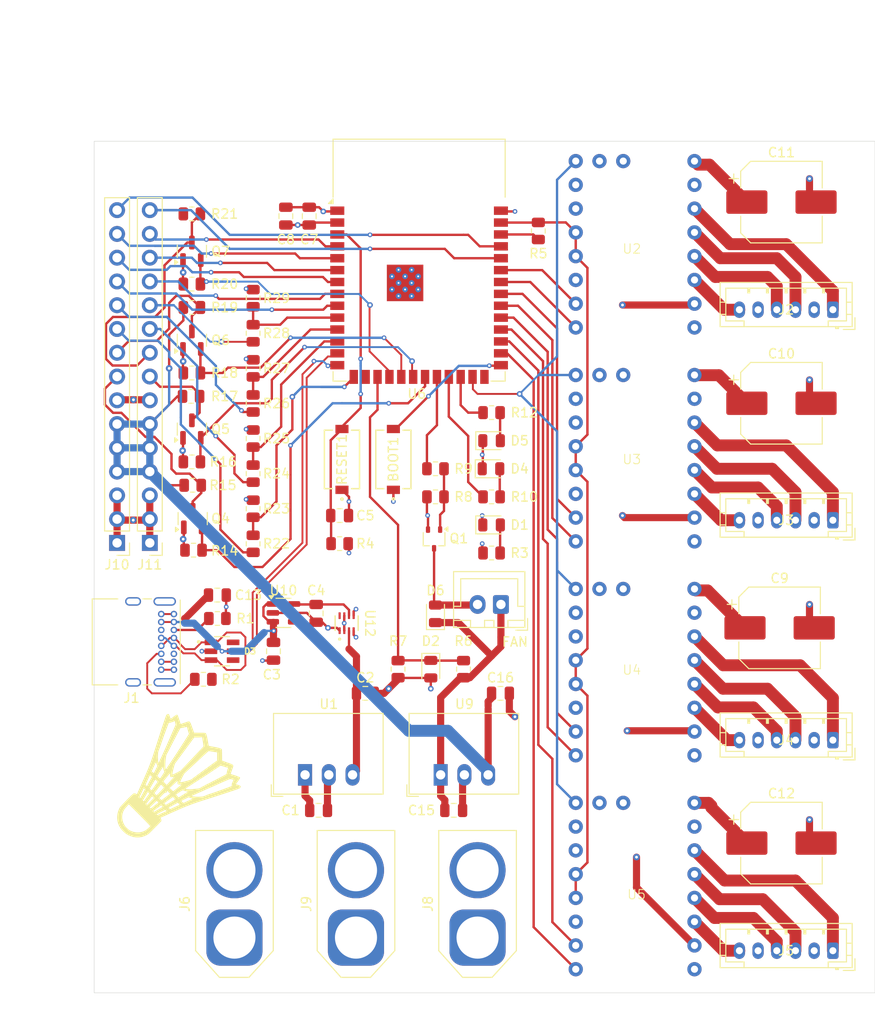
<source format=kicad_pcb>
(kicad_pcb (version 20240108) (generator "pcbnew") (generator_version "8.0")
  (layers (0 "F.Cu" signal) (1 "In1.Cu" mixed) (2 "In2.Cu" mixed) (31 "B.Cu" power) (34 "B.Paste" user) (35 "F.Paste" user) (36 "B.SilkS" user "B.Silkscreen") (37 "F.SilkS" user "F.Silkscreen") (38 "B.Mask" user) (39 "F.Mask" user) (44 "Edge.Cuts" user))
  (net 0 "")
  (net 1 "-BATT")
  (net 2 "/motor_en")
  (net 3 "+BATT")
  (net 4 "+3.3V")
  (net 5 "/+3.3VBatt")
  (net 6 "/+5VUSB")
  (net 7 "+5V")
  (net 8 "Net-(D1-A)")
  (net 9 "/bat_volt_adc")
  (net 11 "Net-(D4-A)")
  (net 13 "Net-(D5-A)")
  (net 14 "/USB_D+")
  (net 16 "/USB_D-")
  (net 22 "/M1_A1")
  (net 23 "/M1_B1")
  (net 24 "/M1_B2")
  (net 25 "/M1_A2")
  (net 26 "/M2_A1")
  (net 28 "/M2_B2")
  (net 29 "/M2_A2")
  (net 31 "/M2_B1")
  (net 33 "/M3_B2")
  (net 35 "/M3_A2")
  (net 36 "/M3_A1")
  (net 37 "/M3_B1")
  (net 38 "/M4_A1")
  (net 39 "/M4_B1")
  (net 40 "/M4_B2")
  (net 42 "/M4_A2")
  (net 44 "Net-(Q1-G)")
  (net 45 "/LV1")
  (net 46 "/HV1")
  (net 47 "/HV2")
  (net 48 "/LV2")
  (net 49 "/HV3")
  (net 50 "/LV3")
  (net 51 "/LV4")
  (net 52 "/HV4")
  (net 53 "/fan_ctrl")
  (net 54 "/ind_LED_1")
  (net 55 "/ind_LED_2")
  (net 56 "/HV_SIGNAL_1")
  (net 57 "/LV_SIGNAL_1")
  (net 58 "/HV_SIGNAL_2")
  (net 59 "/LV_SIGNAL_2")
  (net 60 "/LV_SIGNAL_3")
  (net 61 "/HV_SIGNAL_3")
  (net 62 "/HV_SIGNAL_4")
  (net 63 "/LV_SIGNAL_4")
  (net 64 "/M2_STEP")
  (net 65 "/M2_DIR")
  (net 66 "/M3_DIR")
  (net 67 "/M3_STEP")
  (net 68 "/M4_DIR")
  (net 69 "/M4_STEP")
  (net 71 "/3.3VUSB")
  (net 72 "/IO_EXTRA_1")
  (net 73 "/IO_EXTRA_3")
  (net 74 "/IO_EXTRA_5")
  (net 75 "/IO_EXTRA_4")
  (net 76 "/IO_EXTRA_6")
  (net 77 "/IO_EXTRA_2")
  (net 86 "/M1_DIR")
  (net 88 "/M1_STEP")
  (net 89 "Net-(U6-IO0)")
  (net 90 "Net-(U6-EN)")
  (net 91 "Net-(D6-A)")
  (net 92 "/TXD0")
  (net 93 "/RXD0")
  (net 94 "Net-(U6-IO2)")
  (net 95 "/PDN_UART")
  (net 103 "Net-(J1-CC2)")
  (net 104 "Net-(J1-CC1)")
  (footprint "Resistor_SMD:R_0805_2012Metric" (layer "F.Cu") (at 94 85.5185 -90)
    (property "Reference" "R24")
    (property "Value" "50k")
  )
  (footprint "Connector_JST:JST_XH_B2B-XH-A_1x02_P2.50mm_Vertical" (layer "F.Cu") (at 120.5 99.5 180)
    (property "Reference" "FAN")
    (property "Value" "fan_con")
  )
  (footprint "Connector_PinHeader_2.54mm:PinHeader_1x15_P2.54mm_Vertical" (layer "F.Cu") (at 82.95 92.9225 180)
    (property "Reference" "J11")
    (property "Value" "header")
  )
  (footprint "Capacitor_SMD:CP_Elec_8x10.5" (layer "F.Cu") (at 150.3 102)
    (property "Reference" "C9")
    (property "Value" "220uf")
  )
  (footprint "Resistor_SMD:R_0805_2012Metric" (layer "F.Cu") (at 87.625 93.7 180)
    (property "Reference" "R14")
    (property "Value" "10k")
  )
  (footprint "Capacitor_SMD:CP_Elec_8x10.5" (layer "F.Cu") (at 150.5 78)
    (property "Reference" "C10")
    (property "Value" "220uf")
  )
  (footprint "Resistor_SMD:R_0805_2012Metric" (layer "F.Cu") (at 103.25 93)
    (property "Reference" "R4")
    (property "Value" "10k")
  )
  (footprint "Resistor_SMD:R_0805_2012Metric" (layer "F.Cu") (at 119.5 79)
    (property "Reference" "R12")
    (property "Value" "200")
  )
  (footprint "Capacitor_SMD:C_0805_2012Metric" (layer "F.Cu") (at 120.45 109)
    (property "Reference" "C16")
    (property "Value" "10uf")
  )
  (footprint "Resistor_SMD:R_0805_2012Metric" (layer "F.Cu") (at 119.5 94 180)
    (property "Reference" "R3")
    (property "Value" "200")
  )
  (footprint "Capacitor_SMD:C_0805_2012Metric" (layer "F.Cu") (at 115.45 121.5)
    (property "Reference" "C15")
    (property "Value" "10uf")
  )
  (footprint "Capacitor_SMD:CP_Elec_8x10.5" (layer "F.Cu") (at 150.5 125)
    (property "Reference" "C12")
    (property "Value" "220uf")
  )
  (footprint "Connector_USB:USB_C_Receptacle_GCT_USB4085" (layer "F.Cu") (at 85.525 100.525 -90)
    (property "Reference" "J1")
    (property "Value" "USB_C_Receptacle_USB2.0_16P")
  )
  (footprint "Resistor_SMD:R_0805_2012Metric" (layer "F.Cu") (at 94 70.5185 -90)
    (property "Reference" "R28")
    (property "Value" "50k")
  )
  (footprint "Resistor_SMD:R_0805_2012Metric" (layer "F.Cu") (at 87.3625 77.2625 180)
    (property "Reference" "R17")
    (property "Value" "10k")
  )
  (footprint "Resistor_SMD:R_0805_2012Metric" (layer "F.Cu") (at 88.675 107.5 180)
    (property "Reference" "R2")
    (property "Value" "5.1k")
  )
  (footprint "LED_SMD:LED_0805_2012Metric" (layer "F.Cu") (at 119.4375 85)
    (property "Reference" "D4")
    (property "Value" "INDICATOR_LED_1")
  )
  (footprint "Resistor_SMD:R_0805_2012Metric" (layer "F.Cu") (at 109.5 106.4125 90)
    (property "Reference" "R7")
    (property "Value" "4k")
  )
  (footprint "Connector_JST:JST_PH_B6B-PH-K_1x06_P2.00mm_Vertical" (layer "F.Cu") (at 156 90.5 180)
    (property "Reference" "J3")
    (property "Value" "Conn_01x06")
  )
  (footprint "Converter_DCDC:Converter_DCDC_RECOM_R-78E-0.5_THT" (layer "F.Cu") (at 99.553 117.7075)
    (property "Reference" "U1")
    (property "Value" "R-78E3.3-1.0")
  )
  (footprint "Connector_JST:JST_PH_B6B-PH-K_1x06_P2.00mm_Vertical" (layer "F.Cu") (at 156 136.5 180)
    (property "Reference" "J5")
    (property "Value" "Conn_01x06")
  )
  (footprint "Resistor_SMD:R_0805_2012Metric" (layer "F.Cu") (at 87.45 57.7625 180)
    (property "Reference" "R21")
    (property "Value" "10k")
  )
  (footprint "Capacitor_SMD:C_0805_2012Metric" (layer "F.Cu") (at 100.74375 100.45 -90)
    (property "Reference" "C4")
    (property "Value" "10uf")
  )
  (footprint "Connector_JST:JST_PH_B6B-PH-K_1x06_P2.00mm_Vertical" (layer "F.Cu") (at 156 114 180)
    (property "Reference" "J4")
    (property "Value" "Conn_01x06")
  )
  (footprint "Package_TO_SOT_SMD:SOT-23" (layer "F.Cu") (at 87.45 80.7625 90)
    (property "Reference" "Q5")
    (property "Value" "BSS138")
  )
  (footprint "RF_Module:ESP32-S3-WROOM-1" (layer "F.Cu") (at 111.75 62.68)
    (property "Reference" "U6")
    (property "Value" "ESP32-S3-WROOM-1")
  )
  (footprint "PTS636:SW_PTS636_CNK" (layer "F.Cu") (at 103.5 84 90)
    (property "Reference" "RESET1")
    (property "Value" "PTS636 SM43 SMTR LFS")
  )
  (footprint "Resistor_SMD:R_0805_2012Metric" (layer "F.Cu") (at 87.5375 86.7625 180)
    (property "Reference" "R15")
    (property "Value" "10k")
  )
  (footprint "Capacitor_SMD:C_0805_2012Metric" (layer "F.Cu") (at 100 58 -90)
    (property "Reference" "C7")
    (property "Value" "0.1uf")
  )
  (footprint "Connector_AMASS:AMASS_XT60-F_1x02_P7.20mm_Vertical" (layer "F.Cu") (at 105 135.1 90)
    (property "Reference" "J9")
    (property "Value" "ESC_2")
  )
  (footprint "Capacitor_SMD:C_0805_2012Metric" (layer "F.Cu") (at 96.175 104.5 -90)
    (property "Reference" "C3")
    (property "Value" "10uf")
  )
  (footprint "Capacitor_SMD:C_0805_2012Metric" (layer "F.Cu") (at 101 121.5)
    (property "Reference" "C1")
    (property "Value" "10uf")
  )
  (footprint "Resistor_SMD:R_0805_2012Metric" (layer "F.Cu") (at 124.5 59.5875 90)
    (property "Reference" "R5")
    (property "Value" "1k")
  )
  (footprint "Resistor_SMD:R_0805_2012Metric" (layer "F.Cu") (at 87.45 74.7625 180)
    (property "Reference" "R18")
    (property "Value" "10k")
  )
  (footprint "CustomFootprints:TCM2209_Module" (layer "F.Cu") (at 133.58 118.16)
    (property "Reference" "U4")
    (property "Value" "TMC2209-LA-T")
  )
  (footprint "CustomFootprints:birdie_img" (layer "F.Cu") (at 85 119 -45)
    (property "Reference" ".")
    (property "Value" "LOGO" (hide yes))
  )
  (footprint "CustomFootprints:TCM2209_Module" (layer "F.Cu") (at 133.58 95.3)
    (property "Reference" "U3")
    (property "Value" "TMC2209-LA-T")
  )
  (footprint "Resistor_SMD:R_0805_2012Metric" (layer "F.Cu") (at 87.45 67.7625 180)
    (property "Reference" "R19")
    (property "Value" "10k")
  )
  (footprint "DT1042:SOT95P285X140-6N" (layer "F.Cu") (at 90.675 104.5)
    (property "Reference" "D3")
    (property "Value" "DT1042-04SO-7")
  )
  (footprint "Package_TO_SOT_SMD:SOT-23" (layer "F.Cu") (at 87.45 71.2625 90)
    (property "Reference" "Q6")
    (property "Value" "BSS138")
  )
  (footprint "LED_SMD:LED_0805_2012Metric" (layer "F.Cu") (at 119.5 91)
    (property "Reference" "D1")
    (property "Value" "POWER_LED")
  )
  (footprint "LED_SMD:LED_0805_2012Metric" (layer "F.Cu") (at 119.5 82)
    (property "Reference" "D5")
    (property "Value" "INDICATOR_LED_2")
  )
  (footprint "Diode_SMD:D_0805_2012Metric" (layer "F.Cu") (at 113.5 100.5 90)
    (property "Reference" "D6")
    (property "Value" "1N4004")
  )
  (footprint "Resistor_SMD:R_0805_2012Metric" (layer "F.Cu") (at 87.45 84.2625 180)
    (property "Reference" "R16")
    (property "Value" "10k")
  )
  (footprint "CustomFootprints:TCM2209_Module" (layer "F.Cu") (at 133.58 141.02)
    (property "Reference" "U5")
    (property "Value" "TMC2209-LA-T")
  )
  (footprint "Package_TO_SOT_SMD:SOT-323_SC-70" (layer "F.Cu") (at 113.35 92.5 -90)
    (property "Reference" "Q1")
    (property "Value" "PJC7400")
  )
  (footprint "Capacitor_SMD:CP_Elec_8x10.5" (layer "F.Cu") (at 150.5 56.5)
    (property "Reference" "C11")
    (property "Value" "220uf")
  )
  (footprint "Resistor_SMD:R_0805_2012Metric" (layer "F.Cu") (at 94 89.2685 -90)
    (property "Reference" "R23")
    (property "Value" "75k")
  )
  (footprint "Resistor_SMD:R_0805_2012Metric" (layer "F.Cu") (at 87.45 65.2625 180)
    (property "Reference" "R20")
    (property "Value" "10k")
  )
  (footprint "CustomFootprints:TCM2209_Module" (layer "F.Cu") (at 133.58 72.44)
    (property "Reference" "U2")
    (property "Value" "TMC2209-LA-T")
  )
  (footprint "Resistor_SMD:R_0805_2012Metric" (layer "F.Cu") (at 90.175 101 180)
    (property "Reference" "R1")
    (property "Value" "5.1k")
  )
  (footprint "Resistor_SMD:R_0805_2012Metric" (layer "F.Cu") (at 94 93.0185 -90)
    (property "Reference" "R22")
    (property "Value" "50k")
  )
  (footprint "Resistor_SMD:R_0805_2012Metric" (layer "F.Cu") (at 116.5 106.4125 -90)
    (property "Reference" "R6")
    (property "Value" "50k")
  )
  (footprint "Resistor_SMD:R_0805_2012Metric" (layer "F.Cu") (at 94 81.7685 -90)
    (property "Reference" "R25")
    (property "Value" "75k")
  )
  (footprint "Resistor_SMD:R_0805_2012Metric" (layer "F.Cu") (at 113.5 88)
    (property "Reference" "R8")
    (property "Value" "10k")
  )
  (footprint "Package_TO_SOT_SMD:SOT-23" (layer "F.Cu") (at 87.5375 90.325 90)
    (property "Reference" "Q4")
    (property "Value" "BSS138")
  )
  (footprint "LM66200:SOT-5X3_DRL_TEX" (layer "F.Cu") (at 104 101.5 90)
    (property "Reference" "U12")
    (property "Value" "LM66200DRLR")
  )
  (footprint "Resistor_SMD:R_0805_2012Metric" (layer "F.Cu") (at 94 78.0185 -90)
    (property "Reference" "R26")
    (property "Value" "50k")
  )
  (footprint "PTS636:SW_PTS636_CNK" (layer "F.Cu") (at 109 84 90)
    (property "Reference" "BOOT1")
    (property "Value" "PTS636 SM43 SMTR LFS")
  )
  (footprint "Connector_AMASS:AMASS_XT60-M_1x02_P7.20mm_Vertical" (layer "F.Cu") (at 92 135.1 90)
    (property "Reference" "J6")
    (property "Value" "bat_con")
  )
  (footprint "Capacitor_SMD:C_0805_2012Metric" (layer "F.Cu") (at 90.175 98.5)
    (property "Reference" "C13")
    (property "Value" "4.7uf")
  )
  (footprint "Package_TO_SOT_SMD:SOT-23" (layer "F.Cu") (at 87.45 61.7625 90)
    (property "Reference" "Q7")
    (property "Value" "BSS138")
  )
  (footprint "Resistor_SMD:R_0805_2012Metric" (layer "F.Cu") (at 113.5 85 180)
    (property "Reference" "R9")
    (property "Value" "680")
  )
  (footprint "Connector_AMASS:AMASS_XT60-F_1x02_P7.20mm_Vertical" (layer "F.Cu") (at 118 135.1 90)
    (property "Reference" "J8")
    (property "Value" "ESC_1")
  )
  (footprint "Capacitor_SMD:C_0805_2012Metric" (layer "F.Cu") (at 97.5 58 -90)
    (property "Reference" "C8")
    (property "Value" "10uf")
  )
  (footprint "Resistor_SMD:R_0805_2012Metric" (layer "F.Cu") (at 119.5 88)
    (property "Reference" "R10")
    (property "Value" "200")
  )
  (footprint "Capacitor_SMD:C_0805_2012Metric" (layer "F.Cu") (at 103.25 90)
    (property "Reference" "C5")
    (property "Value" "1uf")
  )
  (footprint "Resistor_SMD:R_0805_2012Metric" (layer "F.Cu") (at 94 74.2685 -90)
    (property "Reference" "R27")
    (property "Value" "75k")
  )
  (footprint "Diode_SMD:D_0805_2012Metric" (layer "F.Cu") (at 113 106.4125 -90)
    (property "Reference" "D2")
    (property "Value" "3v")
  )
  (footprint "Converter_DCDC:Converter_DCDC_RECOM_R-78E-0.5_THT" (layer "F.Cu") (at 114.053 117.7075)
    (property "Reference" "U9")
    (property "Value" "R-78E5.0-0.5")
  )
  (footprint "Resistor_SMD:R_0805_2012Metric" (layer "F.Cu") (at 94 66.7685 -90)
    (property "Reference" "R29")
    (property "Value" "75k")
  )
  (footprint "Connector_JST:JST_PH_B6B-PH-K_1x06_P2.00mm_Vertical" (layer "F.Cu") (at 156 68 180)
    (property "Reference" "J2")
    (property "Value" "Conn_01x06")
  )
  (footprint "Connector_PinHeader_2.54mm:PinHeader_1x15_P2.54mm_Vertical" (layer "F.Cu") (at 79.45 92.9225 180)
    (property "Reference" "J10")
    (property "Value" "header")
  )
  (footprint "Package_TO_SOT_SMD:SOT-23-5" (layer "F.Cu") (at 97.24375 100.4)
    (property "Reference" "U10")
    (property "Value" "TLV75533PDBV")
  )
  (footprint "Capacitor_SMD:C_0805_2012Metric" (layer "F.Cu") (at 106 109)
    (property "Reference" "C2")
    (property "Value" "10uf")
  )
  (gr_rect (start 77 50) (end 160.5 141) (stroke (width 0.05)) (fill none) (layer "Edge.Cuts"))
  (segment (start 88.518885 104.492482) (end 89.482482 104.492482) (width 0.25) (layer "F.Cu") (net 1))
  (segment (start 91.120146 98.504854) (end 91.125 98.5) (width 0.254) (layer "F.Cu") (net 1))
  (segment (start 81.177925 90.487019) (end 79.554519 90.487019) (width 0.762) (layer "F.Cu") (net 1))
  (segment (start 101.05 57.05) (end 101.5 57.5) (width 0.254) (layer "F.Cu") (net 1))
  (segment (start 91.0875 101) (end 91.0875 99.788893) (width 0.254) (layer "F.Cu") (net 1))
  (segment (start 101.95 117.8505) (end 102.093 117.7075) (width 0.762) (layer "F.Cu") (net 1))
  (segment (start 118.5 83.5) (end 118.5625 83.4375) (width 0.254) (layer "F.Cu") (net 1))
  (segment (start 84.175 106.475) (end 85.525 106.475) (width 0.2) (layer "F.Cu") (net 1))
  (segment (start 104.25 89.95) (end 104.2 90) (width 0.254) (layer "F.Cu") (net 1))
  (segment (start 113 107.35) (end 109.525 107.35) (width 0.254) (layer "F.Cu") (net 1))
  (segment (start 82.95 90.3825) (end 82.95 92.9225) (width 0.762) (layer "F.Cu") (net 1))
  (segment (start 109.525 107.35) (end 109.5 107.325) (width 0.254) (layer "F.Cu") (net 1))
  (segment (start 118.5625 84.4375) (end 118.5625 83.5625) (width 0.254) (layer "F.Cu") (net 1))
  (segment (start 109 88.5) (end 109 87.250001) (width 0.254) (layer "F.Cu") (net 1))
  (segment (start 116.4 121.5) (end 116.4 117.9005) (width 0.762) (layer "F.Cu") (net 1))
  (segment (start 118.5 84.5) (end 118.5625 84.4375) (width 0.254) (layer "F.Cu") (net 1))
  (segment (start 104.750189 100.6999) (end 104.750189 100.249811) (width 0.25) (layer "F.Cu") (net 1))
  (segment (start 89.482482 104.492482) (end 89.49 104.5) (width 0.25) (layer "F.Cu") (net 1))
  (segment (start 104.25 88.5) (end 104.25 89.95) (width 0.254) (layer "F.Cu") (net 1))
  (segment (start 104.25 88.5) (end 104.25 88.000001) (width 0.254) (layer "F.Cu") (net 1))
  (segment (start 102 102) (end 102.949711 102) (width 0.25) (layer "F.Cu") (net 1))
  (segment (start 121.4 110.9) (end 121.4 109.5) (width 0.762) (layer "F.Cu") (net 1))
  (segment (start 104.25 88.000001) (end 103.5 87.250001) (width 0.254) (layer "F.Cu") (net 1))
  (segment (start 91.175 100.9125) (end 91.0875 101) (width 0.254) (layer "F.Cu") (net 1))
  (segment (start 122 111.5) (end 121.4 110.9) (width 0.762) (layer "F.Cu") (net 1))
  (segment (start 104.750189 100.249811) (end 105 100) (width 0.25) (layer "F.Cu") (net 1))
  (segment (start 104.750189 102.750189) (end 105 103) (width 0.25) (layer "F.Cu") (net 1))
  (segment (start 100 57.05) (end 101.05 57.05) (width 0.254) (layer "F.Cu") (net 1))
  (segment (start 153.5 99.5) (end 153.5 101.5) (width 0.762) (layer "F.Cu") (net 1))
  (segment (start 118.5 85) (end 118.5 84.5) (width 0.254) (layer "F.Cu") (net 1))
  (segment (start 100.74375 101.4) (end 99.74375 100.4) (width 0.254) (layer "F.Cu") (net 1))
  (segment (start 95 105.5) (end 96.125 105.5) (width 0.25) (layer "F.Cu") (net 1))
  (segment (start 118.5625 83.4375) (end 118.5625 82) (width 0.254) (layer "F.Cu") (net 1))
  (segment (start 101.4 101.4) (end 100.74375 101.4) (width 0.254) (layer "F.Cu") (net 1))
  (segment (start 109.5 107.5) (end 108.5 108.5) (width 0.762) (layer "F.Cu") (net 1))
  (segment (start 153.5 77.3) (end 154.2 78) (width 0.762) (layer "F.Cu") (net 1))
  (segment (start 101.5 57.5) (end 102.92 57.5) (width 0.254) (layer "F.Cu") (net 1))
  (segment (start 91.0875 99.788893) (end 91.120146 99.756247) (width 0.254) (layer "F.Cu") (net 1))
  (segment (start 102.92 57.5) (end 103 57.42) (width 0.254) (layer "F.Cu") (net 1))
  (segment (start 109.5 107.325) (end 109.5 107.5) (width 0.762) (layer "F.Cu") (net 1))
  (segment (start 91.120146 99.756247) (end 91.120146 98.504854) (width 0.254) (layer "F.Cu") (net 1))
  (segment (start 99.74375 100.4) (end 95.60625 100.4) (width 0.254) (layer "F.Cu") (net 1))
  (segment (start 153.5 101.5) (end 154 102) (width 0.762) (layer "F.Cu") (net 1))
  (segment (start 122 57.5) (end 120.58 57.5) (width 0.254) (layer "F.Cu") (net 1))
  (segment (start 100 57.05) (end 97.5 57.05) (width 0.254) (layer "F.Cu") (net 1))
  (segment (start 116.4 117.9005) (end 116.593 117.7075) (width 0.762) (layer "F.Cu") (net 1))
  (segment (start 118.5 90.9375) (end 118.5625 91) (width 0.254) (layer "F.Cu") (net 1))
  (segment (start 96.125 105.5) (end 96.175 105.45) (width 0.25) (layer "F.Cu") (net 1))
  (segment (start 79.45 90.3825) (end 79.45 87.8425) (width 0.762) (layer "F.Cu") (net 1))
  (segment (start 112.662708 89.987708) (end 112.5875 89.9125) (width 0.254) (layer "F.Cu") (net 1))
  (segment (start 112.662708 89.987708) (end 112.7 90.025) (width 0.254) (layer "F.Cu") (net 1))
  (segment (start 84.175 100.525) (end 85.525 100.525) (width 0.2) (layer "F.Cu") (net 1))
  (segment (start 104.750189 102.3001) (end 104.750189 102.750189) (width 0.25) (layer "F.Cu") (net 1))
  (segment (start 108 109) (end 106.95 109) (width 0.762) (layer "F.Cu") (net 1))
  (segment (start 112.5875 89.9125) (end 112.5875 88) (width 0.254) (layer "F.Cu") (net 1))
  (segment (start 79.45 90.3825) (end 79.45 92.9225) (width 0.762) (layer "F.Cu") (net 1))
  (segment (start 153.5 75.5) (end 153.5 77.3) (width 0.762) (layer "F.Cu") (net 1))
  (segment (start 153.5 124.3) (end 154.2 125) (width 0.762) (layer "F.Cu") (net 1))
  (segment (start 81.177925 90.487019) (end 82.845481 90.487019) (width 0.762) (layer "F.Cu") (net 1))
  (segment (start 82.845481 90.487019) (end 82.95 90.3825) (width 0.762) (layer "F.Cu") (net 1))
  (segment (start 112.7 90.025) (end 112.7 91.5) (width 0.254) (layer "F.Cu") (net 1))
  (segment (start 79.554519 90.487019) (end 79.45 90.3825) (width 0.762) (layer "F.Cu") (net 1))
  (segment (start 118.5 90) (end 118.5 90.9375) (width 0.254) (layer "F.Cu") (net 1))
  (segment (start 153.5 54) (end 153.5 55.8) (width 0.762) (layer "F.Cu") (net 1))
  (segment (start 153.5 122.5) (end 153.5 124.3) (width 0.762) (layer "F.Cu") (net 1))
  (segment (start 120.58 57.5) (end 120.5 57.42) (width 0.254) (layer "F.Cu") (net 1))
  (segment (start 102.949711 102) (end 103.249811 102.3001) (width 0.25) (layer "F.Cu") (net 1))
  (segment (start 118.5625 83.5625) (end 118.5 83.5) (width 0.254) (layer "F.Cu") (net 1))
  (segment (start 102 102) (end 101.4 101.4) (width 0.254) (layer "F.Cu") (net 1))
  (segment (start 153.5 55.8) (end 154.2 56.5) (width 0.762) (layer "F.Cu") (net 1))
  (segment (start 108.5 108.5) (end 108 109) (width 0.762) (layer "F.Cu") (net 1))
  (segment (start 101.95 121.5) (end 101.95 117.8505) (width 0.762) (layer "F.Cu") (net 1))
  (segment (start 113 108.5) (end 113 107.35) (width 0.25) (layer "F.Cu") (net 1))
  (segment (start 82.95 90.3825) (end 82.95 87.8425) (width 0.762) (layer "F.Cu") (net 1))
  (via (at 113 108.5) (size 0.6) (drill 0.3) (layers "F.Cu" "B.Cu") (net 1))
  (via (at 105 103) (size 0.5) (drill 0.25) (layers "F.Cu" "B.Cu") (net 1))
  (via (at 81.177925 90.487019) (size 0.7) (drill 0.3) (layers "F.Cu" "B.Cu") (net 1))
  (via (at 88.518885 104.492482) (size 0.5) (drill 0.25) (layers "F.Cu" "B.Cu") (net 1))
  (via (at 101.5 57.5) (size 0.6) (drill 0.3) (layers "F.Cu" "B.Cu") (net 1))
  (via (at 112.662708 89.987708) (size 0.5) (drill 0.25) (layers "F.Cu" "B.Cu") (net 1))
  (via (at 105 100) (size 0.5) (drill 0.25) (layers "F.Cu" "B.Cu") (net 1))
  (via (at 93.25 73.2685) (size 0.5) (drill 0.25) (layers "F.Cu" "B.Cu") (net 1))
  (via (at 122 111.5) (size 0.7) (drill 0.3) (layers "F.Cu" "B.Cu") (net 1))
  (via (at 153.5 54) (size 0.7) (drill 0.3) (layers "F.Cu" "B.Cu") (net 1))
  (via (at 93.25 65.7685) (size 0.5) (drill 0.25) (layers "F.Cu" "B.Cu") (net 1))
  (via (at 153.5 122.5) (size 0.7) (drill 0.3) (layers "F.Cu" "B.Cu") (net 1))
  (via (at 153.5 99.5) (size 0.7) (drill 0.3) (layers "F.Cu" "B.Cu") (net 1))
  (via (at 93.25 80.7685) (size 0.5) (drill 0.25) (layers "F.Cu" "B.Cu") (net 1))
  (via (at 102 102) (size 0.6) (drill 0.3) (layers "F.Cu" "B.Cu") (net 1))
  (via (at 104.25 88.5) (size 0.5) (drill 0.25) (layers "F.Cu" "B.Cu") (net 1))
  (via (at 153.5 75.5) (size 0.7) (drill 0.3) (layers "F.Cu" "B.Cu") (net 1))
  (via (at 118.5 90) (size 0.5) (drill 0.25) (layers "F.Cu" "B.Cu") (net 1))
  (via (at 118.5 83.5) (size 0.5) (drill 0.25) (layers "F.Cu" "B.Cu") (net 1))
  (via (at 93.25 88.2685) (size 0.5) (drill 0.25) (layers "F.Cu" "B.Cu") (net 1))
  (via (at 109 88.5) (size 0.5) (drill 0.25) (layers "F.Cu" "B.Cu") (net 1))
  (via (at 91.120146 99.756247) (size 0.5) (drill 0.25) (layers "F.Cu" "B.Cu") (net 1))
  (via (at 95 105.5) (size 0.5) (drill 0.25) (layers "F.Cu" "B.Cu") (net 1))
  (via (at 122 57.5) (size 0.5) (drill 0.25) (layers "F.Cu" "B.Cu") (net 1))
  (via (at 108.5 108.5) (size 0.7) (drill 0.3) (layers "F.Cu" "B.Cu") (net 1))
  (segment (start 117.465 75.465) (end 117.5 75.5) (width 0.2) (layer "F.Cu") (net 2))
  (segment (start 117.5 75.745) (end 117.5 76.5) (width 0.2) (layer "F.Cu") (net 2))
  (segment (start 117.5 75.5) (end 117.5 75.745) (width 0.2) (layer "F.Cu") (net 2))
  (segment (start 117.465 75.18) (end 117.465 75.465) (width 0.2) (layer "F.Cu") (net 2))
  (segment (start 117.5 76.5) (end 118 77) (width 0.2) (layer "F.Cu") (net 2))
  (segment (start 118 77) (end 122.5 77) (width 0.2) (layer "F.Cu") (net 2))
  (via (at 122.5 77) (size 0.6) (drill 0.3) (layers "F.Cu" "B.Cu") (net 2))
  (segment (start 126.5 88.5) (end 126.5 86) (width 0.25) (layer "B.Cu") (net 2))
  (segment (start 124.5 75) (end 124.52 74.98) (width 0.2) (layer "B.Cu") (net 2))
  (segment (start 128.5 75) (end 128.5 74.98) (width 0.254) (layer "B.Cu") (net 2))
  (segment (start 122.5 77) (end 124.5 75) (width 0.2) (layer "B.Cu") (net 2))
  (segment (start 126.5 97) (end 126.5 95) (width 0.25) (layer "B.Cu") (net 2))
  (segment (start 126.5 81) (end 122.5 77) (width 0.25) (layer "B.Cu") (net 2))
  (segment (start 128.5 97.84) (end 127 96.34) (width 0.254) (layer "B.Cu") (net 2))
  (segment (start 124.5 75) (end 126.5 73) (width 0.25) (layer "B.Cu") (net 2))
  (segment (start 126.5 85.5) (end 126.5 86.5) (width 0.2) (layer "B.Cu") (net 2))
  (segment (start 126.5 118.7) (end 128.5 120.7) (width 0.254) (layer "B.Cu") (net 2))
  (segment (start 126.5 95) (end 126.5 95.84) (width 0.254) (layer "B.Cu") (net 2))
  (segment (start 126.5 54.12) (end 128.5 52.12) (width 0.25) (layer "B.Cu") (net 2))
  (segment (start 126.5 95.84) (end 127 96.34) (width 0.254) (layer "B.Cu") (net 2))
  (segment (start 126.5 97) (end 126.5 118.7) (width 0.254) (layer "B.Cu") (net 2))
  (segment (start 126.5 86) (end 126.5 81) (width 0.25) (layer "B.Cu") (net 2))
  (segment (start 126.5 88.5) (end 126.5 95) (width 0.254) (layer "B.Cu") (net 2))
  (segment (start 126.5 81) (end 126.5 85.5) (width 0.2) (layer "B.Cu") (net 2))
  (segment (start 126.5 86) (end 126.5 85.5) (width 0.25) (layer "B.Cu") (net 2))
  (segment (start 126.5 73) (end 126.5 54.12) (width 0.25) (layer "B.Cu") (net 2))
  (segment (start 128.5 74.98) (end 124.52 74.98) (width 0.25) (layer "B.Cu") (net 2))
  (segment (start 116.175 107.325) (end 116.5 107.325) (width 0.762) (layer "F.Cu") (net 3))
  (segment (start 114.053 119.947) (end 114.053 117.7075) (width 0.762) (layer "F.Cu") (net 3))
  (segment (start 142.7 120.7) (end 141.2 120.7) (width 1.27) (layer "F.Cu") (net 3))
  (segment (start 143 121) (end 142.7 120.7) (width 1.27) (layer "F.Cu") (net 3))
  (segment (start 120.5 104) (end 119.5 105) (width 0.762) (layer "F.Cu") (net 3))
  (segment (start 143.8 75) (end 141.22 75) (width 1.27) (layer "F.Cu") (net 3))
  (segment (start 141.58 52.5) (end 141.2 52.12) (width 1.27) (layer "F.Cu") (net 3))
  (segment (start 100.05 121.5) (end 100.05 120.444) (width 0.762) (layer "F.Cu") (net 3))
  (segment (start 142.6 98) (end 141.36 98) (width 1.27) (layer "F.Cu") (net 3))
  (segment (start 146.8 78) (end 143.8 75) (width 1.27) (layer "F.Cu") (net 3))
  (segment (start 116.5 107.325) (end 116.5 107.5) (width 0.254) (layer "F.Cu") (net 3))
  (segment (start 114.5 121.5) (end 114.5 120.394) (width 0.762) (layer "F.Cu") (net 3))
  (segment (start 119.5 105) (end 117.175 107.325) (width 0.762) (layer "F.Cu") (net 3))
  (segment (start 114.053 117.7075) (end 114.053 109.447) (width 0.762) (layer "F.Cu") (net 3))
  (segment (start 115.9375 101.4375) (end 113.5 101.4375) (width 0.762) (layer "F.Cu") (net 3))
  (segment (start 120.5 103) (end 120.5 104) (width 0.762) (layer "F.Cu") (net 3))
  (segment (start 141.36 98) (end 141.2 97.84) (width 1.27) (layer "F.Cu") (net 3))
  (segment (start 120.5 99.5) (end 120.5 103) (width 0.762) (layer "F.Cu") (net 3))
  (segment (start 146.6 102) (end 142.6 98) (width 1.27) (layer "F.Cu") (net 3))
  (segment (start 142.8 52.5) (end 141.58 52.5) (width 1.27) (layer "F.Cu") (net 3))
  (segment (start 119.5 105) (end 115.9375 101.4375) (width 0.762) (layer "F.Cu") (net 3))
  (segment (start 99.553 119.947) (end 99.553 117.7075) (width 0.762) (layer "F.Cu") (net 3))
  (segment (start 146.8 125) (end 143 121.2) (width 1.27) (layer "F.Cu") (net 3))
  (segment (start 146.8 56.5) (end 142.8 52.5) (width 1.27) (layer "F.Cu") (net 3))
  (segment (start 143 121.2) (end 143 121) (width 1.27) (layer "F.Cu") (net 3))
  (segment (start 114.053 109.447) (end 116.175 107.325) (width 0.762) (layer "F.Cu") (net 3))
  (segment (start 141.22 75) (end 141.2 74.98) (width 1.27) (layer "F.Cu") (net 3))
  (segment (start 114.5 120.394) (end 114.053 119.947) (width 0.762) (layer "F.Cu") (net 3))
  (segment (start 100.05 120.444) (end 99.553 119.947) (width 0.762) (layer "F.Cu") (net 3))
  (segment (start 117.175 107.325) (end 116.5 107.325) (width 0.762) (layer "F.Cu") (net 3))
  (segment (start 98.76523 58.95) (end 100 58.95) (width 0.254) (layer "F.Cu") (net 4))
  (segment (start 103.740974 100.708863) (end 103.749937 100.6999) (width 0.25) (layer "F.Cu") (net 4))
  (segment (start 141.12 113) (end 141.2 113.08) (width 0.762) (layer "F.Cu") (net 4))
  (segment (start 86.5 84.225) (end 86.5375 84.2625) (width 0.254) (layer "F.Cu") (net 4))
  (segment (start 104.25 93.0875) (end 104.1625 93) (width 0.254) (layer "F.Cu") (net 4))
  (segment (start 104.25 94) (end 104.25 93.0875) (width 0.254) (layer "F.Cu") (net 4))
  (segment (start 118.5 93) (end 118.5 93.9125) (width 0.254) (layer "F.Cu") (net 4))
  (segment (start 103.740974 102.291137) (end 103.749937 102.3001) (width 0.25) (layer "F.Cu") (net 4))
  (segment (start 141.06 67.5) (end 141.2 67.36) (width 0.762) (layer "F.Cu") (net 4))
  (segment (start 133.5 67.5) (end 141.06 67.5) (width 0.762) (layer "F.Cu") (net 4))
  (segment (start 82.892399 77.624899) (end 82.95 77.6825) (width 0.762) (layer "F.Cu") (net 4))
  (segment (start 86.5 62.7) (end 86.5 65.225) (width 0.254) (layer "F.Cu") (net 4))
  (segment (start 86.5 74.725) (end 86.5375 74.7625) (width 0.254) (layer "F.Cu") (net 4))
  (segment (start 103 58.69) (end 100.26 58.69) (width 0.254) (layer "F.Cu") (net 4))
  (segment (start 86.5 65.225) (end 86.5375 65.2625) (width 0.254) (layer "F.Cu") (net 4))
  (segment (start 79.507601 77.624899) (end 79.45 77.6825) (width 0.762) (layer "F.Cu") (net 4))
  (segment (start 100.26 58.69) (end 100 58.95) (width 0.254) (layer "F.Cu") (net 4))
  (segment (start 98.76523 58.95) (end 97.5 58.95) (width 0.254) (layer "F.Cu") (net 4))
  (segment (start 81.199624 77.624899) (end 79.507601 77.624899) (width 0.762) (layer "F.Cu") (net 4))
  (segment (start 86.5875 93.575) (end 86.7125 93.7) (width 0.254) (layer "F.Cu") (net 4))
  (segment (start 134 113) (end 141.12 113) (width 0.762) (layer "F.Cu") (net 4))
  (segment (start 86.5 81.7) (end 86.5 84.225) (width 0.254) (layer "F.Cu") (net 4))
  (segment (start 135 129.74) (end 141.2 135.94) (width 0.762) (layer "F.Cu") (net 4))
  (segment (start 103.740974 101.503139) (end 103.740974 102.291137) (width 0.25) (layer "F.Cu") (net 4))
  (segment (start 86.5 72.2) (end 86.5 74.725) (width 0.254) (layer "F.Cu") (net 4))
  (segment (start 135 126.5) (end 135 129.74) (width 0.762) (layer "F.Cu") (net 4))
  (segment (start 133.72 90.22) (end 141.2 90.22) (width 0.762) (layer "F.Cu") (net 4))
  (segment (start 86.5875 91.2625) (end 86.5875 93.575) (width 0.254) (layer "F.Cu") (net 4))
  (segment (start 118.5 93.9125) (end 118.5875 94) (width 0.254) (layer "F.Cu") (net 4))
  (segment (start 103.740974 101.503139) (end 103.740974 100.708863) (width 0.25) (layer "F.Cu") (net 4))
  (segment (start 81.199624 77.624899) (end 82.892399 77.624899) (width 0.762) (layer "F.Cu") (net 4))
  (segment (start 133.5 90) (end 133.72 90.22) (width 0.762) (layer "F.Cu") (net 4))
  (via (at 81.199624 77.624899) (size 0.7) (drill 0.3) (layers "F.Cu" "B.Cu") (net 4))
  (via (at 86.459411 83.057124) (size 0.7) (drill 0.3) (layers "F.Cu" "B.Cu") (net 4))
  (via (at 133.5 67.5) (size 0.7) (drill 0.3) (layers "F.Cu" "B.Cu") (net 4))
  (via (at 118.5 93) (size 0.5) (drill 0.25) (layers "F.Cu" "B.Cu") (net 4))
  (via (at 86.52 73.5185) (size 0.7) (drill 0.3) (layers "F.Cu" "B.Cu") (net 4))
  (via (at 103.740974 101.503139) (size 0.5) (drill 0.25) (layers "F.Cu" "B.Cu") (net 4))
  (via (at 104.25 94) (size 0.5) (drill 0.25) (layers "F.Cu" "B.Cu") (net 4))
  (via (at 86.52 92.5185) (size 0.7) (drill 0.3) (layers "F.Cu" "B.Cu") (net 4))
  (via (at 86.52 64.0185) (size 0.7) (drill 0.3) (layers "F.Cu" "B.Cu") (net 4))
  (via (at 133.5 90) (size 0.7) (drill 0.3) (layers "F.Cu" "B.Cu") (net 4))
  (via (at 98.76523 58.95) (size 0.6) (drill 0.3) (layers "F.Cu" "B.Cu") (net 4))
  (via (at 135 126.5) (size 0.7) (drill 0.3) (layers "F.Cu" "B.Cu") (net 4))
  (via (at 134 113) (size 0.7) (drill 0.3) (layers "F.Cu" "B.Cu") (net 4))
  (segment (start 104.250063 102.3001) (end 104.250063 104.250063) (width 0.25) (layer "F.Cu") (net 5))
  (segment (start 105.05 109) (end 105.05 117.2905) (width 0.762) (layer "F.Cu") (net 5))
  (segment (start 105.05 109) (end 105.05 105.05) (width 0.762) (layer "F.Cu") (net 5))
  (segment (start 105.05 105.05) (end 104.250063 104.250063) (width 0.762) (layer "F.Cu") (net 5))
  (segment (start 105.05 117.2905) (end 104.633 117.7075) (width 0.762) (layer "F.Cu") (net 5))
  (segment (start 95.443751 99.45) (end 95.10425 99.789501) (width 0.25) (layer "F.Cu") (net 6))
  (segment (start 86.35 101.375) (end 86.725 101) (width 0.2) (layer "F.Cu") (net 6))
  (segment (start 96.175 102.29717) (end 96.175 101.41875) (width 0.762) (layer "F.Cu") (net 6))
  (segment (start 85.525 101.375) (end 86.35 101.375) (width 0.2) (layer "F.Cu") (net 6))
  (segment (start 96.175 102.346746) (end 96.199788 102.321958) (width 0.762) (layer "F.Cu") (net 6))
  (segment (start 95.10425 100.736408) (end 95.717842 101.35) (width 0.25) (layer "F.Cu") (net 6))
  (segment (start 86.725 101) (end 86.675 101) (width 0.762) (layer "F.Cu") (net 6))
  (segment (start 95.717842 101.35) (end 96.10625 101.35) (width 0.25) (layer "F.Cu") (net 6))
  (segment (start 89.225 98.5) (end 86.725 101) (width 0.762) (layer "F.Cu") (net 6))
  (segment (start 96.199788 102.321958) (end 96.175 102.29717) (width 0.762) (layer "F.Cu") (net 6))
  (segment (start 84.175 101.375) (end 85.525 101.375) (width 0.2) (layer "F.Cu") (net 6))
  (segment (start 85.525 105.625) (end 84.175 105.625) (width 0.2) (layer "F.Cu") (net 6))
  (segment (start 96.10625 99.45) (end 95.443751 99.45) (width 0.25) (layer "F.Cu") (net 6))
  (segment (start 91.86 104.5) (end 90.675 104.5) (width 0.25) (layer "F.Cu") (net 6))
  (segment (start 95.10425 99.789501) (end 95.10425 100.736408) (width 0.25) (layer "F.Cu") (net 6))
  (segment (start 96.175 103.55) (end 96.175 102.346746) (width 0.762) (layer "F.Cu") (net 6))
  (via (at 90.675 104.5) (size 0.5) (drill 0.25) (layers "F.Cu" "B.Cu") (net 6))
  (via (at 96.199788 102.321958) (size 0.5) (drill 0.25) (layers "F.Cu" "B.Cu") (net 6))
  (segment (start 95.353042 102.321958) (end 95.175 102.5) (width 0.25) (layer "B.Cu") (net 6))
  (segment (start 87.675 101.5) (end 86.675 101.5) (width 0.762) (layer "B.Cu") (net 6))
  (segment (start 95.175 102.5) (end 93.175 104.5) (width 0.762) (layer "B.Cu") (net 6))
  (segment (start 86.55 101.375) (end 85.525 101.375) (width 0.25) (layer "B.Cu") (net 6))
  (segment (start 96.199788 102.321958) (end 95.353042 102.321958) (width 0.25) (layer "B.Cu") (net 6))
  (segment (start 93.175 104.5) (end 91.675 104.5) (width 0.762) (layer "B.Cu") (net 6))
  (segment (start 90.675 104.5) (end 90.175 104) (width 0.25) (layer "B.Cu") (net 6))
  (segment (start 86.675 101.5) (end 86.55 101.375) (width 0.25) (layer "B.Cu") (net 6))
  (segment (start 90.675 104.5) (end 91.675 104.5) (width 0.25) (layer "B.Cu") (net 6))
  (segment (start 90.175 104) (end 87.675 101.5) (width 0.762) (layer "B.Cu") (net 6))
  (segment (start 86.625 86.7625) (end 84.41 86.7625) (width 0.254) (layer "F.Cu") (net 7))
  (segment (start 86.5375 67.7625) (end 86.5375 69.143052) (width 0.254) (layer "F.Cu") (net 7))
  (segment (start 86.5375 69.143052) (end 85.02 70.660552) (width 0.254) (layer "F.Cu") (net 7))
  (segment (start 119.133 110.367) (end 119.133 109.867) (width 0.762) (layer "F.Cu") (net 7))
  (segment (start 85.91 77.2625) (end 82.95 80.2225) (width 0.254) (layer "F.Cu") (net 7))
  (segment (start 85.02 70.660552) (end 85.02 74.2685) (width 0.254) (layer "F.Cu") (net 7))
  (segment (start 119.133 109.867) (end 119.5 109.5) (width 0.762) (layer "F.Cu") (net 7))
  (segment (start 84.41 86.7625) (end 82.95 85.3025) (width 0.254) (layer "F.Cu") (net 7))
  (segment (start 86.45 77.2625) (end 85.91 77.2625) (width 0.254) (layer "F.Cu") (net 7))
  (segment (start 119.133 117.7075) (end 119.133 110.633) (width 0.762) (layer "F.Cu") (net 7))
  (via (at 85.02 74.2685) (size 0.7) (drill 0.3) (layers "F.Cu" "B.Cu") (net 7))
  (segment (start 79.45 82.7625) (end 82.95 82.7625) (width 0.762) (layer "B.Cu") (net 7))
  (segment (start 114.8255 113) (end 110.6475 113) (width 1.27) (layer "B.Cu") (net 7))
  (segment (start 82.95 85.3025) (end 82.95 82.7625) (width 0.762) (layer "B.Cu") (net 7))
  (segment (start 79.45 80.2225) (end 82.95 80.2225) (width 0.762) (layer "B.Cu") (net 7))
  (segment (start 119.133 117.3075) (end 114.8255 113) (width 1.27) (layer "B.Cu") (net 7))
  (segment (start 82.95 85.3025) (end 79.45 85.3025) (width 0.762) (layer "B.Cu") (net 7))
  (segment (start 85.02 74.2685) (end 85.02 78.1525) (width 0.254) (layer "B.Cu") (net 7))
  (segment (start 79.45 80.2225) (end 79.45 82.7625) (width 0.762) (layer "B.Cu") (net 7))
  (segment (start 119.133 117.7075) (end 119.133 117.3075) (width 1.27) (layer "B.Cu") (net 7))
  (segment (start 110.6475 113) (end 82.95 85.3025) (width 1.27) (layer "B.Cu") (net 7))
  (segment (start 79.45 82.7625) (end 79.45 85.3025) (width 0.762) (layer "B.Cu") (net 7))
  (segment (start 85.02 78.1525) (end 82.95 80.2225) (width 0.254) (layer "B.Cu") (net 7))
  (segment (start 82.95 82.7625) (end 82.95 80.2225) (width 0.762) (layer "B.Cu") (net 7))
  (segment (start 120.4125 94) (end 120.4125 91.025) (width 0.254) (layer "F.Cu") (net 8))
  (segment (start 120.4125 91.025) (end 120.4375 91) (width 0.254) (layer "F.Cu") (net 8))
  (segment (start 107.305 78.695) (end 107.305 75.18) (width 0.25) (layer "F.Cu") (net 9))
  (segment (start 109.5 105.5) (end 109.5 91) (width 0.25) (layer "F.Cu") (net 9))
  (segment (start 107.5 75.375) (end 107.305 75.18) (width 0.254) (layer "F.Cu") (net 9))
  (segment (start 113.025 105.5) (end 113 105.475) (width 0.254) (layer "F.Cu") (net 9))
  (segment (start 109.525 105.475) (end 109.5 105.5) (width 0.254) (layer "F.Cu") (net 9))
  (segment (start 106.5 79.5) (end 107.305 78.695) (width 0.25) (layer "F.Cu") (net 9))
  (segment (start 116.5 105.5) (end 113.025 105.5) (width 0.254) (layer "F.Cu") (net 9))
  (segment (start 113 105.475) (end 109.525 105.475) (width 0.254) (layer "F.Cu") (net 9))
  (segment (start 106.5 88) (end 106.5 79.5) (width 0.25) (layer "F.Cu") (net 9))
  (segment (start 109.5 91) (end 106.5 88) (width 0.25) (layer "F.Cu") (net 9))
  (segment (start 120.375 85) (end 120.375 87.9625) (width 0.254) (layer "F.Cu") (net 11))
  (segment (start 120.375 87.9625) (end 120.4125 88) (width 0.254) (layer "F.Cu") (net 11))
  (segment (start 120.4125 81.975) (end 120.4375 82) (width 0.254) (layer "F.Cu") (net 13))
  (segment (start 120.4125 79) (end 120.4125 81.975) (width 0.254) (layer "F.Cu") (net 13))
  (segment (start 86.175 103.655761) (end 85.794239 103.275) (width 0.2) (layer "F.Cu") (net 14))
  (segment (start 100.5 73.5) (end 100.6818 73.5) (width 0.2) (layer "F.Cu") (net 14))
  (segment (start 86.725 104.275) (end 86.175 103.725) (width 0.2) (layer "F.Cu") (net 14))
  (segment (start 99.275 92.9068) (end 99.275 74.9068) (width 0.2) (layer "F.Cu") (net 14))
  (segment (start 85.794239 103.275) (end 85.725 103.275) (width 0.2) (layer "F.Cu") (net 14))
  (segment (start 85.725 103.275) (end 85.525 103.075) (width 0.2) (layer "F.Cu") (net 14))
  (segment (start 93.2068 104.275) (end 93.95 103.5318) (width 0.2) (layer "F.Cu") (net 14))
  (segment (start 100.5 73.6818) (end 100.5 73.5) (width 0.2) (layer "F.Cu") (net 14))
  (segment (start 89.49 103.55) (end 90.125 103.55) (width 0.2) (layer "F.Cu") (net 14))
  (segment (start 103 73.93) (end 102.07 73.93) (width 0.25) (layer "F.Cu") (net 14))
  (segment (start 88.477499 103.55) (end 87.752499 104.275) (width 0.2) (layer "F.Cu") (net 14))
  (segment (start 87.752499 104.275) (end 86.725 104.275) (width 0.2) (layer "F.Cu") (net 14))
  (segment (start 93.95 98.2318) (end 99.275 92.9068) (width 0.2) (layer "F.Cu") (net 14))
  (segment (start 92.675 102.5) (end 93.175 103) (width 0.2) (layer "F.Cu") (net 14))
  (segment (start 84.244239 103.925) (end 85.094239 103.075) (width 0.2) (layer "F.Cu") (net 14))
  (segment (start 93.175 103) (end 93.175 104.275) (width 0.2) (layer "F.Cu") (net 14))
  (segment (start 89.49 103.55) (end 88.477499 103.55) (width 0.2) (layer "F.Cu") (net 14))
  (segment (start 90.125 103.55) (end 91.175 102.5) (width 0.2) (layer "F.Cu") (net 14))
  (segment (start 93.175 104.275) (end 93.2068 104.275) (width 0.2) (layer "F.Cu") (net 14))
  (segment (start 99.275 74.9068) (end 100.5 73.6818) (width 0.2) (layer "F.Cu") (net 14))
  (segment (start 86.175 103.725) (end 86.175 103.655761) (width 0.2) (layer "F.Cu") (net 14))
  (segment (start 102.07 73.93) (end 102 74) (width 0.25) (layer "F.Cu") (net 14))
  (segment (start 91.175 102.5) (end 92.675 102.5) (width 0.2) (layer "F.Cu") (net 14))
  (segment (start 84.175 103.925) (end 84.244239 103.925) (width 0.2) (layer "F.Cu") (net 14))
  (segment (start 93.95 103.5318) (end 93.95 98.2318) (width 0.2) (layer "F.Cu") (net 14))
  (segment (start 85.094239 103.075) (end 85.525 103.075) (width 0.2) (layer "F.Cu") (net 14))
  (via (at 102 74) (size 0.5) (drill 0.25) (layers "F.Cu" "B.Cu") (net 14))
  (via (at 100.5 73.5) (size 0.5) (drill 0.25) (layers "F.Cu" "B.Cu") (net 14))
  (segment (start 100.5 73.5) (end 101.5 73.5) (width 0.2) (layer "B.Cu") (net 14))
  (segment (start 101.5 73.5) (end 102 74) (width 0.2) (layer "B.Cu") (net 14))
  (segment (start 93.3932 104.725) (end 94.4 103.7182) (width 0.2) (layer "F.Cu") (net 16))
  (segment (start 93.175 106.005412) (end 93.175 104.725) (width 0.2) (layer "F.Cu") (net 16))
  (segment (start 86.538603 104.725) (end 85.738603 103.925) (width 0.2) (layer "F.Cu") (net 16))
  (segment (start 91.175 106.5) (end 92.680412 106.5) (width 0.2) (layer "F.Cu") (net 16))
  (segment (start 102.66 73) (end 102 73) (width 0.2) (layer "F.Cu") (net 16))
  (segment (start 85.525 103.925) (end 85.738603 103.925) (width 0.2) (layer "F.Cu") (net 16))
  (segment (start 93.175 104.725) (end 93.3932 104.725) (width 0.2) (layer "F.Cu") (net 16))
  (segment (start 90.125 105.45) (end 91.175 106.5) (width 0.2) (layer "F.Cu") (net 16))
  (segment (start 89.49 105.45) (end 90.125 105.45) (width 0.2) (layer "F.Cu") (net 16))
  (segment (start 99.725 93.0932) (end 99.725 75.275) (width 0.2) (layer "F.Cu") (net 16))
  (segment (start 87.752499 104.725) (end 86.538603 104.725) (width 0.2) (layer "F.Cu") (net 16))
  (segment (start 88.477499 105.45) (end 87.752499 104.725) (width 0.2) (layer "F.Cu") (net 16))
  (segment (start 94.4 98.4182) (end 99.725 93.0932) (width 0.2) (layer "F.Cu") (net 16))
  (segment (start 99.725 75.275) (end 102 73) (width 0.2) (layer "F.Cu") (net 16))
  (segment (start 89.49 105.45) (end 88.477499 105.45) (width 0.2) (layer "F.Cu") (net 16))
  (segment (start 92.680412 106.5) (end 93.175 106.005412) (width 0.2) (layer "F.Cu") (net 16))
  (segment (start 94.4 103.7182) (end 94.4 98.4182) (width 0.2) (layer "F.Cu") (net 16))
  (segment (start 84.605761 103.075) (end 85.455761 103.925) (width 0.2) (layer "B.Cu") (net 16))
  (segment (start 85.455761 103.925) (end 85.525 103.925) (width 0.2) (layer "B.Cu") (net 16))
  (segment (start 84.175 103.075) (end 84.605761 103.075) (width 0.2) (layer "B.Cu") (net 16))
  (segment (start 143.96 62.5) (end 150 62.5) (width 1.27) (layer "F.Cu") (net 22))
  (segment (start 141.2 59.74) (end 143.96 62.5) (width 1.27) (layer "F.Cu") (net 22))
  (segment (start 150 62.5) (end 152 64.5) (width 1.27) (layer "F.Cu") (net 22))
  (segment (start 152 64.5) (end 152 68) (width 1.27) (layer "F.Cu") (net 22))
  (segment (start 141.2 62.28) (end 143.42 64.5) (width 1.27) (layer "F.Cu") (net 23))
  (segment (start 150 65.5) (end 150 68) (width 1.27) (layer "F.Cu") (net 23))
  (segment (start 143.42 64.5) (end 149 64.5) (width 1.27) (layer "F.Cu") (net 23))
  (segment (start 149 64.5) (end 150 65.5) (width 1.27) (layer "F.Cu") (net 23))
  (segment (start 144.38 68) (end 146 68) (width 1.27) (layer "F.Cu") (net 24))
  (segment (start 141.2 64.82) (end 144.38 68) (width 1.27) (layer "F.Cu") (net 24))
  (segment (start 145 61) (end 151 61) (width 1.27) (layer "F.Cu") (net 25))
  (segment (start 141.2 57.2) (end 145 61) (width 1.27) (layer "F.Cu") (net 25))
  (segment (start 151 61) (end 156 66) (width 1.27) (layer "F.Cu") (net 25))
  (segment (start 156 66) (end 156 68) (width 1.27) (layer "F.Cu") (net 25))
  (segment (start 141.2 82.6) (end 143.6 85) (width 1.27) (layer "F.Cu") (net 26))
  (segment (start 149.5 85) (end 152 87.5) (width 1.27) (layer "F.Cu") (net 26))
  (segment (start 152 87.5) (end 152 90.5) (width 1.27) (layer "F.Cu") (net 26))
  (segment (start 143.6 85) (end 149.5 85) (width 1.27) (layer "F.Cu") (net 26))
  (segment (start 141.2 87.68) (end 144.02 90.5) (width 1.27) (layer "F.Cu") (net 28))
  (segment (start 144.02 90.5) (end 146 90.5) (width 1.27) (layer "F.Cu") (net 28))
  (segment (start 151 82.5) (end 156 87.5) (width 1.27) (layer "F.Cu") (net 29))
  (segment (start 141.2 80.06) (end 143.64 82.5) (width 1.27) (layer "F.Cu") (net 29))
  (segment (start 143.64 82.5) (end 151 82.5) (width 1.27) (layer "F.Cu") (net 29))
  (segment (start 156 87.5) (end 156 90.5) (width 1.27) (layer "F.Cu") (net 29))
  (segment (start 143.06 87) (end 148 87) (width 1.27) (layer "F.Cu") (net 31))
  (segment (start 148 87) (end 150 89) (width 1.27) (layer "F.Cu") (net 31))
  (segment (start 150 89) (end 150 90.5) (width 1.27) (layer "F.Cu") (net 31))
  (segment (start 141.2 85.14) (end 143.06 87) (width 1.27) (layer "F.Cu") (net 31))
  (segment (start 141.2 110.54) (end 144.66 114) (width 1.27) (layer "F.Cu") (net 33))
  (segment (start 144.66 114) (end 146 114) (width 1.27) (layer "F.Cu") (net 33))
  (segment (start 141.2 102.92) (end 144.28 106) (width 1.27) (layer "F.Cu") (net 35))
  (segment (start 152.5 106) (end 156 109.5) (width 1.27) (layer "F.Cu") (net 35))
  (segment (start 156 109.5) (end 156 114) (width 1.27) (layer "F.Cu") (net 35))
  (segment (start 144.28 106) (end 152.5 106) (width 1.27) (layer "F.Cu") (net 35))
  (segment (start 152 111.5) (end 152 114) (width 1.27) (layer "F.Cu") (net 36))
  (segment (start 141.2 105.46) (end 144.24 108.5) (width 1.27) (layer "F.Cu") (net 36))
  (segment (start 144.24 108.5) (end 149 108.5) (width 1.27) (layer "F.Cu") (net 36))
  (segment (start 149 108.5) (end 152 111.5) (width 1.27) (layer "F.Cu") (net 36))
  (segment (start 147.5 110.5) (end 150 113) (width 1.27) (layer "F.Cu") (net 37))
  (segment (start 143.7 110.5) (end 147.5 110.5) (width 1.27) (layer "F.Cu") (net 37))
  (segment (start 141.2 108) (end 143.7 110.5) (width 1.27) (layer "F.Cu") (net 37))
  (segment (start 150 113) (end 150 114) (width 1.27) (layer "F.Cu") (net 37))
  (segment (start 152 134.5) (end 152 136.5) (width 1.27) (layer "F.Cu") (net 38))
  (segment (start 148.5 131) (end 152 134.5) (width 1.27) (layer "F.Cu") (net 38))
  (segment (start 141.2 128.32) (end 143.88 131) (width 1.27) (layer "F.Cu") (net 38))
  (segment (start 143.88 131) (end 148.5 131) (width 1.27) (layer "F.Cu") (net 38))
  (segment (start 143.34 133) (end 147.5 133) (width 1.27) (layer "F.Cu") (net 39))
  (segment (start 150 135.5) (end 150 136.5) (width 1.27) (layer "F.Cu") (net 39))
  (segment (start 147.5 133) (end 150 135.5) (width 1.27) (layer "F.Cu") (net 39))
  (segment (start 141.2 130.86) (end 143.34 133) (width 1.27) (layer "F.Cu") (net 39))
  (segment (start 141.2 133.4) (end 144.3 136.5) (width 1.27) (layer "F.Cu") (net 40))
  (segment (start 144.3 136.5) (end 146 136.5) (width 1.27) (layer "F.Cu") (net 40))
  (segment (start 152 129) (end 156 133) (width 1.27) (layer "F.Cu") (net 42))
  (segment (start 156 133) (end 156 136.5) (width 1.27) (layer "F.Cu") (net 42))
  (segment (start 144.42 129) (end 152 129) (width 1.27) (layer "F.Cu") (net 42))
  (segment (start 141.2 125.78) (end 144.42 129) (width 1.27) (layer "F.Cu") (net 42))
  (segment (start 114.4125 89.5) (end 114 89.9125) (width 0.254) (layer "F.Cu") (net 44))
  (segment (start 114.4125 85) (end 114.4125 88) (width 0.254) (layer "F.Cu") (net 44))
  (segment (start 114.4125 88) (end 114.4125 89.5) (width 0.254) (layer "F.Cu") (net 44))
  (segment (start 114 89.9125) (end 114 91.5) (width 0.254) (layer "F.Cu") (net 44))
  (segment (start 92 95.5) (end 90.2 93.7) (width 0.25) (layer "F.Cu") (net 45))
  (segment (start 88.5375 93.7) (end 88.5375 91.3125) (width 0.254) (layer "F.Cu") (net 45))
  (segment (start 88.5375 91.3125) (end 88.4875 91.2625) (width 0.254) (layer "F.Cu") (net 45))
  (segment (start 95 95.5) (end 92 95.5) (width 0.25) (layer "F.Cu") (net 45))
  (segment (start 98 92.5) (end 95 95.5) (width 0.25) (layer "F.Cu") (net 45))
  (segment (start 90.2 93.7) (end 88.5375 93.7) (width 0.25) (layer "F.Cu") (net 45))
  (segment (start 112.385 76.184) (end 112.385 75.18) (width 0.254) (layer "F.Cu") (net 45))
  (segment (start 110.569 78) (end 112.385 76.184) (width 0.254) (layer "F.Cu") (net 45))
  (segment (start 108.5 78) (end 110.569 78) (width 0.254) (layer "F.Cu") (net 45))
  (segment (start 98 82.5) (end 98 92.5) (width 0.25) (layer "F.Cu") (net 45))
  (via (at 108.5 78) (size 0.5) (drill 0.25) (layers "F.Cu" "B.Cu") (net 45))
  (via (at 98 82.5) (size 0.5) (drill 0.25) (layers "F.Cu" "B.Cu") (net 45))
  (segment (start 108.5 78) (end 103.5 78) (width 0.254) (layer "B.Cu") (net 45))
  (segment (start 102.5 78) (end 103.5 78) (width 0.25) (layer "B.Cu") (net 45))
  (segment (start 98 82.5) (end 102.5 78) (width 0.25) (layer "B.Cu") (net 45))
  (segment (start 78.147 76.4455) (end 79.45 75.1425) (width 0.254) (layer "F.Cu") (net 46))
  (segment (start 88.45 86.7625) (end 87.206 85.5185) (width 0.254) (layer "F.Cu") (net 46))
  (segment (start 85.27 83.41797) (end 83.43753 81.5855) (width 0.254) (layer "F.Cu") (net 46))
  (segment (start 85.27 85.0185) (end 85.27 83.41797) (width 0.254) (layer "F.Cu") (net 46))
  (segment (start 87.5375 88.501) (end 87.5375 89.3875) (width 0.254) (layer "F.Cu") (net 46))
  (segment (start 88.45 86.7625) (end 88.45 87.5885) (width 0.254) (layer "F.Cu") (net 46))
  (segment (start 82.47753 81.5855) (end 79.91053 79.0185) (width 0.254) (layer "F.Cu") (net 46))
  (segment (start 88.45 87.5885) (end 87.5375 88.501) (width 0.254) (layer "F.Cu") (net 46))
  (segment (start 79.02 79.0185) (end 78.147 78.1455) (width 0.254) (layer "F.Cu") (net 46))
  (segment (start 78.147 78.1455) (end 78.147 76.4455) (width 0.254) (layer "F.Cu") (net 46))
  (segment (start 83.43753 81.5855) (end 82.47753 81.5855) (width 0.254) (layer "F.Cu") (net 46))
  (segment (start 79.91053 79.0185) (end 79.02 79.0185) (width 0.254) (layer "F.Cu") (net 46))
  (segment (start 87.206 85.5185) (end 85.77 85.5185) (width 0.254) (layer "F.Cu") (net 46))
  (segment (start 85.77 85.5185) (end 85.27 85.0185) (width 0.254) (layer "F.Cu") (net 46))
  (segment (start 88.275 77.0235) (end 87.487 76.2355) (width 0.254) (layer "F.Cu") (net 47))
  (segment (start 88.275 77.2625) (end 88.275 77.0235) (width 0.254) (layer "F.Cu") (net 47))
  (segment (start 84.043 76.2355) (end 82.95 75.1425) (width 0.254) (layer "F.Cu") (net 47))
  (segment (start 88.275 77.2625) (end 88.275 79) (width 0.254) (layer "F.Cu") (net 47))
  (segment (start 87.487 76.2355) (end 84.043 76.2355) (width 0.254) (layer "F.Cu") (net 47))
  (segment (start 88.275 79) (end 87.45 79.825) (width 0.254) (layer "F.Cu") (net 47))
  (segment (start 111 75.065) (end 111.115 75.18) (width 0.254) (layer "F.Cu") (net 48))
  (segment (start 95.5 78) (end 92.1 78) (width 0.25) (layer "F.Cu") (net 48))
  (segment (start 111 75.065) (end 111 73.5) (width 0.2) (layer "F.Cu") (net 48))
  (segment (start 90.05 80.05) (end 90.3295 79.7705) (width 0.254) (layer "F.Cu") (net 48))
  (segment (start 96 77.5) (end 95.5 78) (width 0.25) (layer "F.Cu") (net 48))
  (segment (start 99.5 72) (end 96 75.5) (width 0.25) (layer "F.Cu") (net 48))
  (segment (start 88.3625 81.7375) (end 88.4 81.7) (width 0.254) (layer "F.Cu") (net 48))
  (segment (start 96 75.5) (end 96 77.5) (width 0.25) (layer "F.Cu") (net 48))
  (segment (start 92.1 78) (end 90.05 80.05) (width 0.25) (layer "F.Cu") (net 48))
  (segment (start 88.3625 84.2625) (end 88.3625 81.7375) (width 0.254) (layer "F.Cu") (net 48))
  (segment (start 88.4 81.7) (end 90.05 80.05) (width 0.254) (layer "F.Cu") (net 48))
  (via (at 111 73.5) (size 0.6) (drill 0.3) (layers "F.Cu" "B.Cu") (net 48))
  (via (at 99.5 72) (size 0.5) (drill 0.25) (layers "F.Cu" "B.Cu") (net 48))
  (segment (start 109.5 72) (end 111 73.5) (width 0.2) (layer "B.Cu") (net 48))
  (segment (start 99.5 72) (end 109.5 72) (width 0.2) (layer "B.Cu") (net 48))
  (segment (start 85.02 67.2685) (end 85.02 70.0185) (width 0.254) (layer "F.Cu") (net 49))
  (segment (start 85.77 66.5185) (end 85.02 67.2685) (width 0.254) (layer "F.Cu") (net 49))
  (segment (start 87.1185 66.5185) (end 85.77 66.5185) (width 0.254) (layer "F.Cu") (net 49))
  (segment (start 85.02 70.0185) (end 83.714948 71.323552) (width 0.254) (layer "F.Cu") (net 49))
  (segment (start 88.3625 67.7625) (end 87.1185 66.5185) (width 0.254) (layer "F.Cu") (net 49))
  (segment (start 87.45 70.325) (end 87.45 68.675) (width 0.254) (layer "F.Cu") (net 49))
  (segment (start 83.714948 71.323552) (end 80.728948 71.323552) (width 0.254) (layer "F.Cu") (net 49))
  (segment (start 87.45 68.675) (end 88.3625 67.7625) (width 0.254) (layer "F.Cu") (net 49))
  (segment (start 80.728948 71.323552) (end 79.45 72.6025) (width 0.254) (layer "F.Cu") (net 49))
  (segment (start 94.8065 74.1935) (end 91.3065 74.1935) (width 0.25) (layer "F.Cu") (net 50))
  (segment (start 109.845 75.18) (end 109.845 72.845) (width 0.2) (layer "F.Cu") (net 50))
  (segment (start 88.3625 72.2375) (end 88.4 72.2) (width 0.254) (layer "F.Cu") (net 50))
  (segment (start 109.845 72.845) (end 108 71) (width 0.2) (layer "F.Cu") (net 50))
  (segment (start 90.7375 74.7625) (end 88.3625 74.7625) (width 0.25) (layer "F.Cu") (net 50))
  (segment (start 88.3625 74.7625) (end 88.3625 72.2375) (width 0.254) (layer "F.Cu") (net 50))
  (segment (start 91.3065 74.1935) (end 90.7375 74.7625) (width 0.25) (layer "F.Cu") (net 50))
  (segment (start 98 71) (end 94.8065 74.1935) (width 0.25) (layer "F.Cu") (net 50))
  (via (at 108 71) (size 0.5) (drill 0.25) (layers "F.Cu" "B.Cu") (net 50))
  (via (at 98 71) (size 0.5) (drill 0.25) (layers "F.Cu" "B.Cu") (net 50))
  (segment (start 98 71) (end 100 71) (width 0.25) (layer "B.Cu") (net 50))
  (segment (start 108 71) (end 100 71) (width 0.254) (layer "B.Cu") (net 50))
  (segment (start 108.575 75.18) (end 108.575 74.575) (width 0.2) (layer "F.Cu") (net 51))
  (segment (start 88.3625 62.7375) (end 88.4 62.7) (width 0.254) (layer "F.Cu") (net 51))
  (segment (start 108.426499 75.031499) (end 108.575 75.18) (width 0.254) (layer "F.Cu") (net 51))
  (segment (start 106.45 67.55) (end 106.5 67.5) (width 0.2) (layer "F.Cu") (net 51))
  (segment (start 106.45 72.45) (end 106.45 67.55) (width 0.2) (layer "F.Cu") (net 51))
  (segment (start 106.5 72.5) (end 106.45 72.45) (width 0.2) (layer "F.Cu") (net 51))
  (segment (start 108.575 74.575) (end 106.5 72.5) (width 0.2) (layer "F.Cu") (net 51))
  (segment (start 88.3625 65.2625) (end 88.3625 62.7375) (width 0.254) (layer "F.Cu") (net 51))
  (via (at 106.5 67.5) (size 0.6) (drill 0.3) (layers "F.Cu" "B.Cu") (net 51))
  (via (at 89 65) (size 0.5) (drill 0.25) (layers "F.Cu" "B.Cu") (net 51))
  (segment (start 105.3185 66.3185) (end 95.8185 66.3185) (width 0.2) (layer "B.Cu") (net 51))
  (segment (start 91.5 65) (end 89 65) (width 0.25) (layer "B.Cu") (net 51))
  (segment (start 94.5 65) (end 89 65) (width 0.2) (layer "B.Cu") (net 51))
  (segment (start 106.5 67.5) (end 105.3185 66.3185) (width 0.2) (layer "B.Cu") (net 51))
  (segment (start 95.8185 66.3185) (end 94.5 65) (width 0.2) (layer "B.Cu") (net 51))
  (segment (start 78.967 73.9655) (end 81.587 73.9655) (width 0.254) (layer "F.Cu") (net 52))
  (segment (start 87.45 60.825) (end 87.45 58.675) (width 0.254) (layer "F.Cu") (net 52))
  (segment (start 81.587 73.9655) (end 82.95 72.6025) (width 0.254) (layer "F.Cu") (net 52))
  (segment (start 78.27 73.2685) (end 78.967 73.9655) (width 0.254) (layer "F.Cu") (net 52))
  (segment (start 84.52 63.263764) (end 84.52 67.7685) (width 0.254) (layer "F.Cu") (net 52))
  (segment (start 78.27 69.5185) (end 78.27 73.2685) (width 0.254) (layer "F.Cu") (net 52))
  (segment (start 87.45 60.825) (end 86.958764 60.825) (width 0.254) (layer "F.Cu") (net 52))
  (segment (start 79.010769 68.777731) (end 78.27 69.5185) (width 0.254) (layer "F.Cu") (net 52))
  (segment (start 83.510769 68.777731) (end 79.010769 68.777731) (width 0.254) (layer "F.Cu") (net 52))
  (segment (start 86.958764 60.825) (end 84.52 63.263764) (width 0.254) (layer "F.Cu") (net 52))
  (segment (start 84.52 67.7685) (end 83.510769 68.777731) (width 0.254) (layer "F.Cu") (net 52))
  (segment (start 87.45 58.675) (end 88.3625 57.7625) (width 0.254) (layer "F.Cu") (net 52))
  (segment (start 113.655 80.345) (end 112.5875 81.4125) (width 0.254) (layer "F.Cu") (net 53))
  (segment (start 112.5875 81.4125) (end 112.5875 85) (width 0.254) (layer "F.Cu") (net 53))
  (segment (start 113.655 75.18) (end 113.655 80.345) (width 0.254) (layer "F.Cu") (net 53))
  (segment (start 118.5875 88) (end 117 86.4125) (width 0.254) (layer "F.Cu") (net 54))
  (segment (start 114.925 79.425) (end 114.925 75.18) (width 0.254) (layer "F.Cu") (net 54))
  (segment (start 117 81.5) (end 114.925 79.425) (width 0.254) (layer "F.Cu") (net 54))
  (segment (start 117 86.4125) (end 117 81.5) (width 0.254) (layer "F.Cu") (net 54))
  (segment (start 116.195 78.195) (end 116.195 75.18) (width 0.254) (layer "F.Cu") (net 55))
  (segment (start 117 79) (end 116.195 78.195) (width 0.254) (layer "F.Cu") (net 55))
  (segment (start 118.5875 79) (end 117 79) (width 0.254) (layer "F.Cu") (net 55))
  (segment (start 94 93.931) (end 92.931 93.931) (width 0.25) (layer "F.Cu") (net 56))
  (segment (start 92.931 93.931) (end 90.5 91.5) (width 0.25) (layer "F.Cu") (net 56))
  (segment (start 90.5 91.5) (end 90.5 84.5) (width 0.25) (layer "F.Cu") (net 56))
  (segment (start 90.5 84.5) (end 90 84) (width 0.25) (layer "F.Cu") (net 56))
  (via (at 90 84) (size 0.5) (drill 0.25) (layers "F.Cu" "B.Cu") (net 56))
  (segment (start 80.700154 71.312654) (end 79.45 70.0625) (width 0.254) (layer "B.Cu") (net 56))
  (segment (start 86.27 79.5185) (end 86.27 74.2685) (width 0.254) (layer "B.Cu") (net 56))
  (segment (start 85.02 72.52) (end 83.812654 71.312654) (width 0.254) (layer "B.Cu") (net 56))
  (segment (start 83.812654 71.312654) (end 80.700154 71.312654) (width 0.254) (layer "B.Cu") (net 56))
  (segment (start 86.27 74.2685) (end 85.02 73.0185) (width 0.254) (layer "B.Cu") (net 56))
  (segment (start 85.02 73.0185) (end 85.02 72.52) (width 0.254) (layer "B.Cu") (net 56))
  (segment (start 90 84) (end 86.27 80.27) (width 0.25) (layer "B.Cu") (net 56))
  (segment (start 86.27 80.27) (end 86.27 79.5185) (width 0.25) (layer "B.Cu") (net 56))
  (segment (start 104.765 75.18) (end 104.765 75.235) (width 0.254) (layer "F.Cu") (net 57))
  (segment (start 104.765 75.235) (end 103.75 76.25) (width 0.254) (layer "F.Cu") (net 57))
  (segment (start 94 92.106) (end 94 90.181) (width 0.254) (layer "F.Cu") (net 57))
  (segment (start 98.194068 77.312934) (end 98.177312 77.322688) (width 0.25) (layer "F.Cu") (net 57))
  (segment (start 94.819 90.181) (end 94 90.181) (width 0.25) (layer "F.Cu") (net 57))
  (segment (start 98.194068 77.312934) (end 98.194068 80.805932) (width 0.25) (layer "F.Cu") (net 57))
  (segment (start 96.5 88.5) (end 94.819 90.181) (width 0.25) (layer "F.Cu") (net 57))
  (segment (start 96.5 82.5) (end 96.5 88.5) (width 0.25) (layer "F.Cu") (net 57))
  (segment (start 98.194068 80.805932) (end 96.5 82.5) (width 0.25) (layer "F.Cu") (net 57))
  (via (at 103.75 76.25) (size 0.5) (drill 0.25) (layers "F.Cu" "B.Cu") (net 57))
  (via (at 98.194068 77.312934) (size 0.6) (drill 0.3) (layers "F.Cu" "B.Cu") (net 57))
  (segment (start 98.5 77.007002) (end 98.194068 77.312934) (width 0.25) (layer "B.Cu") (net 57))
  (segment (start 98.5 77) (end 98.5 77.007002) (width 0.25) (layer "B.Cu") (net 57))
  (segment (start 103.75 76.25) (end 101.25 76.25) (width 0.254) (layer "B.Cu") (net 57))
  (segment (start 99.25 76.25) (end 103.75 76.25) (width 0.25) (layer "B.Cu") (net 57))
  (segment (start 98.5 77) (end 99.25 76.25) (width 0.25) (layer "B.Cu") (net 57))
  (segment (start 94 86.431) (end 92.931 86.431) (width 0.25) (layer "F.Cu") (net 58))
  (segment (start 92 85.5) (end 92 83.5) (width 0.25) (layer "F.Cu") (net 58))
  (segment (start 92 83.5) (end 90 81.5) (width 0.25) (layer "F.Cu") (net 58))
  (segment (start 92.931 86.431) (end 92 85.5) (width 0.25) (layer "F.Cu") (net 58))
  (via (at 90 81.5) (size 0.5) (drill 0.25) (layers "F.Cu" "B.Cu") (net 58))
  (segment (start 88.02 79.5) (end 88.02 74.0185) (width 0.254) (layer "B.Cu") (net 58))
  (segment (start 90 81.5) (end 88.02 79.52) (width 0.25) (layer "B.Cu") (net 58))
  (segment (start 88.02 79.5185) (end 88.02 79.5) (width 0.254) (layer "B.Cu") (net 58))
  (segment (start 88.02 79.52) (end 88.02 79.5) (width 0.25) (layer "B.Cu") (net 58))
  (segment (start 88.02 74.0185) (end 84.064 70.0625) (width 0.254) (layer "B.Cu") (net 58))
  (segment (start 84.064 70.0625) (end 82.95 70.0625) (width 0.254) (layer "B.Cu") (net 58))
  (segment (start 97 76) (end 97 80.5) (width 0.25) (layer "F.Cu") (net 59))
  (segment (start 102.89 71.5) (end 103 71.39) (width 0.254) (layer "F.Cu") (net 59))
  (segment (start 94.819 82.681) (end 94 82.681) (width 0.25) (layer "F.Cu") (net 59))
  (segment (start 94 84.606) (end 94 82.681) (width 0.254) (layer "F.Cu") (net 59))
  (segment (start 103 71.39) (end 101.61 71.39) (width 0.25) (layer "F.Cu") (net 59))
  (segment (start 97 80.5) (end 94.819 82.681) (width 0.25) (layer "F.Cu") (net 59))
  (segment (start 101.61 71.39) (end 97 76) (width 0.25) (layer "F.Cu") (net 59))
  (segment (start 103 70.12) (end 100.136109 70.12) (width 0.25) (layer "F.Cu") (net 60))
  (segment (start 95.075109 75.181) (end 94 75.181) (width 0.25) (layer "F.Cu") (net 60))
  (segment (start 100.136109 70.12) (end 95.075109 75.181) (width 0.25) (layer "F.Cu") (net 60))
  (segment (start 94 77.106) (end 94 75.181) (width 0.254) (layer "F.Cu") (net 60))
  (segment (start 94 78.931) (end 92.9125 78.931) (width 0.254) (layer "F.Cu") (net 61))
  (segment (start 92.9125 78.931) (end 92.75 78.7685) (width 0.254) (layer "F.Cu") (net 61))
  (via (at 92.75 78.7685) (size 0.5) (drill 0.25) (layers "F.Cu" "B.Cu") (net 61))
  (segment (start 92.75 78.7685) (end 90.02 76.0385) (width 0.25) (layer "B.Cu") (net 61))
  (segment (start 90.02 74.0185) (end 84.77 68.7685) (width 0.254) (layer "B.Cu") (net 61))
  (segment (start 90.02 76.0385) (end 90.02 74.7685) (width 0.25) (layer "B.Cu") (net 61))
  (segment (start 90.02 74.7685) (end 90.02 74.0185) (width 0.254) (layer "B.Cu") (net 61))
  (segment (start 80.696 68.7685) (end 79.45 67.5225) (width 0.254) (layer "B.Cu") (net 61))
  (segment (start 84.77 68.7685) (end 80.696 68.7685) (width 0.254) (layer "B.Cu") (net 61))
  (segment (start 94 71.431) (end 90.62435 71.431) (width 0.2) (layer "F.Cu") (net 62))
  (segment (start 90.614333 71.420983) (end 90.604316 71.431) (width 0.2) (layer "F.Cu") (net 62))
  (segment (start 90.62435 71.431) (end 90.614333 71.420983) (width 0.2) (layer "F.Cu") (net 62))
  (segment (start 90.604316 71.431) (end 90.569 71.431) (width 0.2) (layer "F.Cu") (net 62))
  (via (at 90.614333 71.420983) (size 0.6) (drill 0.3) (layers "F.Cu" "B.Cu") (net 62))
  (segment (start 89.420983 71.420983) (end 85.5225 67.5225) (width 0.2) (layer "B.Cu") (net 62))
  (segment (start 85.524 67.5225) (end 82.95 67.5225) (width 0.254) (layer "B.Cu") (net 62))
  (segment (start 85.5225 67.5225) (end 82.95 67.5225) (width 0.2) (layer "B.Cu") (net 62))
  (segment (start 90.614333 71.420983) (end 89.420983 71.420983) (width 0.2) (layer "B.Cu") (net 62))
  (segment (start 103 68.85) (end 97.65 68.85) (width 0.25) (layer "F.Cu") (net 63))
  (segment (start 94 69.606) (end 94 67.681) (width 0.254) (layer "F.Cu") (net 63))
  (segment (start 97.65 68.85) (end 96.894 69.606) (width 0.25) (layer "F.Cu") (net 63))
  (segment (start 96.894 69.606) (end 94 69.606) (width 0.25) (layer "F.Cu") (net 63))
  (segment (start 120.5 66.31) (end 122.81 66.31) (width 0.254) (layer "F.Cu") (net 64))
  (segment (start 126.5 88.22) (end 128.5 90.22) (width 0.254) (layer "F.Cu") (net 64))
  (segment (start 126.5 70) (end 126.5 88.22) (width 0.254) (layer "F.Cu") (net 64))
  (segment (start 122.81 66.31) (end 126.5 70) (width 0.254) (layer "F.Cu") (net 64))
  (segment (start 126 71.25) (end 126 90.26) (width 0.254) (layer "F.Cu") (net 65))
  (segment (start 122.33 67.58) (end 126 71.25) (width 0.254) (layer "F.Cu") (net 65))
  (segment (start 126 90.26) (end 128.5 92.76) (width 0.254) (layer "F.Cu") (net 65))
  (segment (start 120.5 67.58) (end 122.33 67.58) (width 0.254) (layer "F.Cu") (net 65))
  (segment (start 125 92.5) (end 125.5 93) (width 0.254) (layer "F.Cu") (net 66))
  (segment (start 120.5 70.12) (end 121.62 70.12) (width 0.254) (layer "F.Cu") (net 66))
  (segment (start 125.5 93) (end 125.5 112.62) (width 0.254) (layer "F.Cu") (net 66))
  (segment (start 125.5 112.62) (end 128.5 115.62) (width 0.254) (layer "F.Cu") (net 66))
  (segment (start 121.62 70.12) (end 125 73.5) (width 0.254) (layer "F.Cu") (net 66))
  (segment (start 125 73.5) (end 125 92.5) (width 0.254) (layer "F.Cu") (net 66))
  (segment (start 120.5 68.85) (end 121.85 68.85) (width 0.254) (layer "F.Cu") (net 67))
  (segment (start 126.5 111.08) (end 128.5 113.08) (width 0.254) (layer "F.Cu") (net 67))
  (segment (start 125.5 91.5) (end 126.5 92.5) (width 0.254) (layer "F.Cu") (net 67))
  (segment (start 126.5 92.5) (end 126.5 111.08) (width 0.254) (layer "F.Cu") (net 67))
  (segment (start 121.85 68.85) (end 125.5 72.5) (width 0.254) (layer "F.Cu") (net 67))
  (segment (start 125.5 72.5) (end 125.5 91.5) (width 0.254) (layer "F.Cu") (net 67))
  (segment (start 124 75.5) (end 124 133.98) (width 0.254) (layer "F.Cu") (net 68))
  (segment (start 121.16 72.66) (end 124 75.5) (width 0.254) (layer "F.Cu") (net 68))
  (segment (start 124 133.98) (end 128.5 138.48) (width 0.254) (layer "F.Cu") (net 68))
  (segment (start 120.5 72.66) (end 121.16 72.66) (width 0.254) (layer "F.Cu") (net 68))
  (segment (start 126 116) (end 126 133.44) (width 0.254) (layer "F.Cu") (net 69))
  (segment (start 120.5 71.39) (end 121.39 71.39) (width 0.254) (layer "F.Cu") (net 69))
  (segment (start 121.39 71.39) (end 124.5 74.5) (width 0.254) (layer "F.Cu") (net 69))
  (segment (start 126 133.44) (end 128.5 135.94) (width 0.254) (layer "F.Cu") (net 69))
  (segment (start 124.5 114.5) (end 126 116) (width 0.254) (layer "F.Cu") (net 69))
  (segment (start 124.5 74.5) (end 124.5 114.5) (width 0.254) (layer "F.Cu") (net 69))
  (segment (start 103.669937 99.5) (end 100.74375 99.5) (width 0.25) (layer "F.Cu") (net 71))
  (segment (start 104.250063 100.6999) (end 104.250063 100.080126) (width 0.25) (layer "F.Cu") (net 71))
  (segment (start 97.93125 99.5) (end 97.88125 99.45) (width 0.254) (layer "F.Cu") (net 71))
  (segment (start 100.74375 99.5) (end 97.93125 99.5) (width 0.254) (layer "F.Cu") (net 71))
  (segment (start 100.74375 99.5) (end 101.34375 99.5) (width 0.254) (layer "F.Cu") (net 71))
  (segment (start 104.250063 100.080126) (end 103.669937 99.5) (width 0.25) (layer "F.Cu") (net 71))
  (segment (start 101.92 67.58) (end 101.5 68) (width 0.25) (layer "F.Cu") (net 72))
  (segment (start 101.5 68) (end 96 68) (width 0.25) (layer "F.Cu") (net 72))
  (segment (start 103 67.58) (end 101.92 67.58) (width 0.25) (layer "F.Cu") (net 72))
  (via (at 96 68) (size 0.5) (drill 0.25) (layers "F.Cu" "B.Cu") (net 72))
  (segment (start 96 68) (end 87.5 68) (width 0.25) (layer "B.Cu") (net 72))
  (segment (start 80.736 66.2685) (end 79.45 64.9825) (width 0.254) (layer "B.Cu") (net 72))
  (segment (start 87.5 68) (end 85.7685 66.2685) (width 0.25) (layer "B.Cu") (net 72))
  (segment (start 85.27 66.2685) (end 80.736 66.2685) (width 0.254) (layer "B.Cu") (net 72))
  (segment (start 85.7685 66.2685) (end 85.27 66.2685) (width 0.25) (layer "B.Cu") (net 72))
  (segment (start 92.5 64) (end 89.5 64) (width 0.25) (layer "F.Cu") (net 73))
  (segment (start 101.46 64.5) (end 93 64.5) (width 0.25) (layer "F.Cu") (net 73))
  (segment (start 102 65.04) (end 101.46 64.5) (width 0.25) (layer "F.Cu") (net 73))
  (segment (start 103 65.04) (end 102 65.04) (width 0.25) (layer "F.Cu") (net 73))
  (segment (start 103 65.04) (end 102.9785 65.0185) (width 0.25) (layer "F.Cu") (net 73))
  (segment (start 93 64.5) (end 92.5 64) (width 0.25) (layer "F.Cu") (net 73))
  (via (at 89.5 64) (size 0.5) (drill 0.25) (layers "F.Cu" "B.Cu") (net 73))
  (segment (start 87.5 64) (end 86.8435 63.3435) (width 0.25) (layer "B.Cu") (net 73))
  (segment (start 89.5 64) (end 87.5 64) (width 0.25) (layer "B.Cu") (net 73))
  (segment (start 85.1565 63.3435) (end 84.87575 63.62425) (width 0.25) (layer "B.Cu") (net 73))
  (segment (start 80.7459 63.7384) (end 79.45 62.4425) (width 0.254) (layer "B.Cu") (net 73))
  (segment (start 86.8435 63.3435) (end 85.1565 63.3435) (width 0.25) (layer "B.Cu") (net 73))
  (segment (start 84.87575 63.62425) (end 84.7616 63.7384) (width 0.254) (layer "B.Cu") (net 73))
  (segment (start 84.7616 63.7384) (end 80.7459 63.7384) (width 0.254) (layer "B.Cu") (net 73))
  (segment (start 89.5 62) (end 98.5 62) (width 0.25) (layer "F.Cu") (net 74))
  (segment (start 99 62.5) (end 103 62.5) (width 0.25) (layer "F.Cu") (net 74))
  (segment (start 98.5 62) (end 99 62.5) (width 0.25) (layer "F.Cu") (net 74))
  (via (at 89.5 62) (size 0.5) (drill 0.25) (layers "F.Cu" "B.Cu") (net 74))
  (segment (start 80.716103 61.168603) (end 79.45 59.9025) (width 0.254) (layer "B.Cu") (net 74))
  (segment (start 84.449869 61.168603) (end 83.5 61.168603) (width 0.254) (layer "B.Cu") (net 74))
  (segment (start 89.5 62) (end 88.5 62) (width 0.25) (layer "B.Cu") (net 74))
  (segment (start 83.5 61.168603) (end 80.716103 61.168603) (width 0.254) (layer "B.Cu") (net 74))
  (segment (start 87.668603 61.168603) (end 83.5 61.168603) (width 0.25) (layer "B.Cu") (net 74))
  (segment (start 88.5 62) (end 87.668603 61.168603) (width 0.25) (layer "B.Cu") (net 74))
  (segment (start 95.5 63) (end 96.27 63.77) (width 0.25) (layer "F.Cu") (net 75))
  (segment (start 96.27 63.77) (end 103 63.77) (width 0.25) (layer "F.Cu") (net 75))
  (segment (start 90.5 63) (end 90.5 63.04) (width 0.25) (layer "F.Cu") (net 75))
  (segment (start 90.5 63) (end 95.5 63) (width 0.25) (layer "F.Cu") (net 75))
  (via (at 90.5 63) (size 0.5) (drill 0.25) (layers "F.Cu" "B.Cu") (net 75))
  (segment (start 90.5 63) (end 88 63) (width 0.25) (layer "B.Cu") (net 75))
  (segment (start 88 63) (end 87.4425 62.4425) (width 0.25) (layer "B.Cu") (net 75))
  (segment (start 87.4425 62.4425) (end 82.95 62.4425) (width 0.25) (layer "B.Cu") (net 75))
  (segment (start 103 61.23) (end 101.73 61.23) (width 0.25) (layer "F.Cu") (net 76))
  (segment (start 101 60.5) (end 89 60.5) (width 0.25) (layer "F.Cu") (net 76))
  (segment (start 101.73 61.23) (end 101 60.5) (width 0.25) (layer "F.Cu") (net 76))
  (via (at 89 60.5) (size 0.5) (drill 0.25) (layers "F.Cu" "B.Cu") (net 76))
  (segment (start 89 60.5) (end 83.5475 60.5) (width 0.25) (layer "B.Cu") (net 76))
  (segment (start 83.5475 60.5) (end 82.95 59.9025) (width 0.25) (layer "B.Cu") (net 76))
  (segment (start 90.3435 66.8435) (end 90 66.5) (width 0.25) (layer "F.Cu") (net 77))
  (segment (start 101.1565 66.8435) (end 90.3435 66.8435) (width 0.25) (layer "F.Cu") (net 77))
  (segment (start 103 66.31) (end 101.69 66.31) (width 0.25) (layer "F.Cu") (net 77))
  (segment (start 101.69 66.31) (end 101.1565 66.8435) (width 0.25) (layer "F.Cu") (net 77))
  (via (at 90 66.5) (size 0.5) (drill 0.25) (layers "F.Cu" "B.Cu") (net 77))
  (segment (start 84.9825 64.9825) (end 82.95 64.9825) (width 0.254) (layer "B.Cu") (net 77))
  (segment (start 84.984 64.9825) (end 84.9825 64.9825) (width 0.254) (layer "B.Cu") (net 77))
  (segment (start 90 66.5) (end 87.5 66.5) (width 0.25) (layer "B.Cu") (net 77))
  (segment (start 85.9825 64.9825) (end 84.9825 64.9825) (width 0.25) (layer "B.Cu") (net 77))
  (segment (start 87.5 66.5) (end 85.9825 64.9825) (width 0.25) (layer "B.Cu") (net 77))
  (segment (start 120.5 65.04) (end 123.64 65.04) (width 0.254) (layer "F.Cu") (net 86))
  (segment (start 123.64 65.04) (end 128.5 69.9) (width 0.254) (layer "F.Cu") (net 86))
  (segment (start 124.91 63.77) (end 128.5 67.36) (width 0.254) (layer "F.Cu") (net 88))
  (segment (start 120.5 63.77) (end 124.91 63.77) (width 0.254) (layer "F.Cu") (net 88))
  (segment (start 120.444946 73.985054) (end 120.5 73.93) (width 0.254) (layer "F.Cu") (net 89))
  (segment (start 109 80.749999) (end 109.250001 80.749999) (width 0.254) (layer "F.Cu") (net 89))
  (segment (start 119.252259 73.985054) (end 120.444946 73.985054) (width 0.254) (layer "F.Cu") (net 89))
  (segment (start 109.250001 80.749999) (end 112.75 77.25) (width 0.254) (layer "F.Cu") (net 89))
  (via (at 119.252259 73.985054) (size 0.5) (drill 0.25) (layers "F.Cu" "B.Cu") (net 89))
  (via (at 112.75 77.25) (size 0.5) (drill 0.25) (layers "F.Cu" "B.Cu") (net 89))
  (segment (start 119.237313 74) (end 116 74) (width 0.254) (layer "B.Cu") (net 89))
  (segment (start 119.252259 73.985054) (end 119.237313 74) (width 0.254) (layer "B.Cu") (net 89))
  (segment (start 116 74) (end 112.75 77.25) (width 0.254) (layer "B.Cu") (net 89))
  (segment (start 105.5 78.5) (end 103.5 80.5) (width 0.254) (layer "F.Cu") (net 90))
  (segment (start 102.3 81.949999) (end 103.5 80.749999) (width 0.254) (layer "F.Cu") (net 90))
  (segment (start 102.3375 93) (end 102.3375 90.0375) (width 0.254) (layer "F.Cu") (net 90))
  (segment (start 105.5 61.456) (end 104.004 59.96) (width 0.254) (layer "F.Cu") (net 90))
  (segment (start 103.5 80.5) (end 103.5 80.749999) (width 0.254) (layer "F.Cu") (net 90))
  (segment (start 104.004 59.96) (end 103 59.96) (width 0.254) (layer "F.Cu") (net 90))
  (segment (start 102.3375 90.0375) (end 102.3 90) (width 0.254) (layer "F.Cu") (net 90))
  (segment (start 105.5 77) (end 105.5 78.5) (width 0.254) (layer "F.Cu") (net 90))
  (segment (start 102.3 90) (end 102.3 81.949999) (width 0.254) (layer "F.Cu") (net 90))
  (segment (start 105.5 73.25) (end 105.5 61.456) (width 0.254) (layer "F.Cu") (net 90))
  (via (at 105.5 77) (size 0.5) (drill 0.25) (layers "F.Cu" "B.Cu") (net 90))
  (via (at 105.5 73.25) (size 0.5) (drill 0.25) (layers "F.Cu" "B.Cu") (net 90))
  (segment (start 105.5 73.75) (end 105.5 73.25) (width 0.254) (layer "B.Cu") (net 90))
  (segment (start 105.5 77) (end 105.5 74) (width 0.254) (layer "B.Cu") (net 90))
  (segment (start 105.5 74) (end 105.5 73.75) (width 0.254) (layer "B.Cu") (net 90))
  (segment (start 113.35 99.4125) (end 113.5 99.5625) (width 0.254) (layer "F.Cu") (net 91))
  (segment (start 113.5 99.5625) (end 117.9375 99.5625) (width 0.762) (layer "F.Cu") (net 91))
  (segment (start 117.9375 99.5625) (end 118 99.5) (width 0.762) (layer "F.Cu") (net 91))
  (segment (start 113.35 93.5) (end 113.35 99.4125) (width 0.254) (layer "F.Cu") (net 91))
  (segment (start 118.23 61.23) (end 117 60) (width 0.25) (layer "F.Cu") (net 92))
  (segment (start 120.5 61.23) (end 118.23 61.23) (width 0.25) (layer "F.Cu") (net 92))
  (segment (start 117 60) (end 116.5 60) (width 0.25) (layer "F.Cu") (net 92))
  (segment (start 116.5 60) (end 106.5 60) (width 0.25) (layer "F.Cu") (net 92))
  (via (at 106.5 60) (size 0.5) (drill 0.25) (layers "F.Cu" "B.Cu") (net 92))
  (segment (start 87.5185 56.0185) (end 80.794 56.0185) (width 0.254) (layer "B.Cu") (net 92))
  (segment (start 90 58.5) (end 91.5 60) (width 0.25) (layer "B.Cu") (net 92))
  (segment (start 80.794 56.0185) (end 79.45 57.3625) (width 0.254) (layer "B.Cu") (net 92))
  (segment (start 91.5 60) (end 106.5 60) (width 0.25) (layer "B.Cu") (net 92))
  (segment (start 90 58.5) (end 87.5185 56.0185) (width 0.254) (layer "B.Cu") (net 92))
  (segment (start 115.5 62.5) (end 120.5 62.5) (width 0.25) (layer "F.Cu") (net 93))
  (segment (start 106.5 61.5) (end 114.5 61.5) (width 0.25) (layer "F.Cu") (net 93))
  (segment (start 114.5 61.5) (end 115.5 62.5) (width 0.25) (layer "F.Cu") (net 93))
  (via (at 106.5 61.5) (size 0.5) (drill 0.25) (layers "F.Cu" "B.Cu") (net 93))
  (segment (start 85.864 57.3625) (end 82.95 57.3625) (width 0.254) (layer "B.Cu") (net 93))
  (segment (start 106.5 61.5) (end 91.5 61.5) (width 0.25) (layer "B.Cu") (net 93))
  (segment (start 87.3625 57.3625) (end 82.95 57.3625) (width 0.25) (layer "B.Cu") (net 93))
  (segment (start 91.5 61.5) (end 87.3625 57.3625) (width 0.25) (layer "B.Cu") (net 93))
  (segment (start 123.96 59.96) (end 124.5 60.5) (width 0.254) (layer "F.Cu") (net 94))
  (segment (start 120.5 59.96) (end 123.96 59.96) (width 0.254) (layer "F.Cu") (net 94))
  (segment (start 128.5 59.74) (end 128.5 62.28) (width 0.254) (layer "F.Cu") (net 95))
  (segment (start 129.75 86.39) (end 129.75 104.21) (width 0.254) (layer "F.Cu") (net 95))
  (segment (start 128.5 85.14) (end 129.75 86.39) (width 0.254) (layer "F.Cu") (net 95))
  (segment (start 128.5 82.6) (end 128.5 85.14) (width 0.254) (layer "F.Cu") (net 95))
  (segment (start 129.75 127.07) (end 128.5 128.32) (width 0.254) (layer "F.Cu") (net 95))
  (segment (start 129.75 63.53) (end 129.75 81.35) (width 0.254) (layer "F.Cu") (net 95))
  (segment (start 128.5 128.32) (end 128.5 130.86) (width 0.254) (layer "F.Cu") (net 95))
  (segment (start 120.5 58.69) (end 124.485 58.69) (width 0.254) (layer "F.Cu") (net 95))
  (segment (start 128.5 62.28) (end 129.75 63.53) (width 0.254) (layer "F.Cu") (net 95))
  (segment (start 128.5 105.46) (end 128.5 108) (width 0.254) (layer "F.Cu") (net 95))
  (segment (start 128.54 105.46) (end 128.5 105.46) (width 0.254) (layer "F.Cu") (net 95))
  (segment (start 127.435 58.675) (end 128.5 59.74) (width 0.254) (layer "F.Cu") (net 95))
  (segment (start 124.5 58.675) (end 127.435 58.675) (width 0.254) (layer "F.Cu") (net 95))
  (segment (start 128.5 108) (end 129.75 109.25) (width 0.254) (layer "F.Cu") (net 95))
  (segment (start 129.75 81.35) (end 128.5 82.6) (width 0.254) (layer "F.Cu") (net 95))
  (segment (start 129.75 109.25) (end 129.75 127.07) (width 0.254) (layer "F.Cu") (net 95))
  (segment (start 129.75 104.21) (end 128.5 105.46) (width 0.254) (layer "F.Cu") (net 95))
  (segment (start 124.485 58.69) (end 124.5 58.675) (width 0.254) (layer "F.Cu") (net 95))
  (segment (start 82.675 105.780026) (end 82.675 108.5) (width 0.2) (layer "F.Cu") (net 103))
  (segment (start 83.175 109) (end 86.2625 109) (width 0.2) (layer "F.Cu") (net 103))
  (segment (start 83.680026 104.775) (end 82.675 105.780026) (width 0.2) (layer "F.Cu") (net 103))
  (segment (start 82.675 108.5) (end 83.175 109) (width 0.2) (layer "F.Cu") (net 103))
  (segment (start 86.2625 109) (end 87.7625 107.5) (width 0.2) (layer "F.Cu") (net 103))
  (segment (start 84.175 104.775) (end 83.680026 104.775) (width 0.2) (layer "F.Cu") (net 103))
  (segment (start 89.2625 101) (end 88.0375 102.225) (width 0.25) (layer "F.Cu") (net 104))
  (segment (start 88.0375 102.225) (end 85.525 102.225) (width 0.25) (layer "F.Cu") (net 104))
)
</source>
